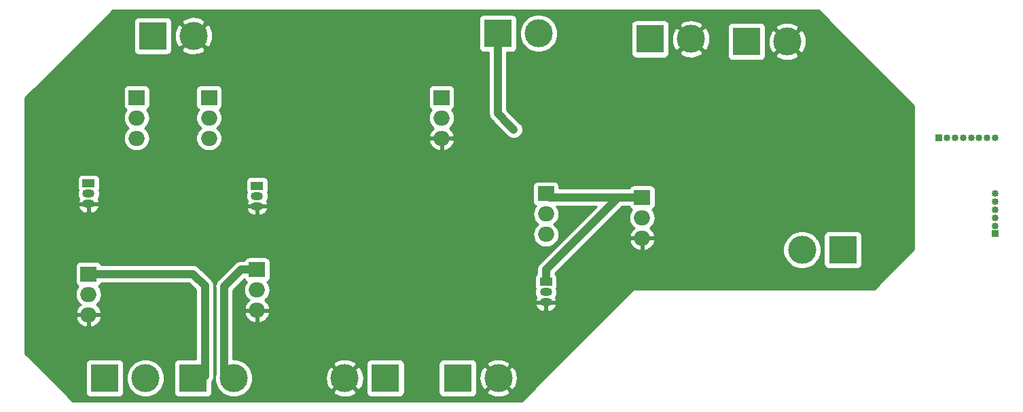
<source format=gbr>
G04 #@! TF.GenerationSoftware,KiCad,Pcbnew,(5.1.5)-3*
G04 #@! TF.CreationDate,2021-03-07T17:40:16+01:00*
G04 #@! TF.ProjectId,Motorproject,4d6f746f-7270-4726-9f6a-6563742e6b69,rev?*
G04 #@! TF.SameCoordinates,Original*
G04 #@! TF.FileFunction,Copper,L2,Bot*
G04 #@! TF.FilePolarity,Positive*
%FSLAX46Y46*%
G04 Gerber Fmt 4.6, Leading zero omitted, Abs format (unit mm)*
G04 Created by KiCad (PCBNEW (5.1.5)-3) date 2021-03-07 17:40:16*
%MOMM*%
%LPD*%
G04 APERTURE LIST*
%ADD10C,3.500120*%
%ADD11R,3.500120X3.500120*%
%ADD12O,0.850000X0.850000*%
%ADD13R,0.850000X0.850000*%
%ADD14O,2.000000X1.905000*%
%ADD15R,2.000000X1.905000*%
%ADD16R,1.500000X1.050000*%
%ADD17O,1.500000X1.050000*%
%ADD18C,0.800000*%
%ADD19C,1.000000*%
%ADD20C,0.254000*%
G04 APERTURE END LIST*
D10*
X124080000Y-32700000D03*
D11*
X119000000Y-32700000D03*
D10*
X100080000Y-75000000D03*
D11*
X95000000Y-75000000D03*
D10*
X80920000Y-75000000D03*
D11*
X86000000Y-75000000D03*
D10*
X105080000Y-32000000D03*
D11*
X100000000Y-32000000D03*
D10*
X137920000Y-59000000D03*
D11*
X143000000Y-59000000D03*
D10*
X56080000Y-75000000D03*
D11*
X51000000Y-75000000D03*
D10*
X67080000Y-75000000D03*
D11*
X62000000Y-75000000D03*
D10*
X62080000Y-32300000D03*
D11*
X57000000Y-32300000D03*
D10*
X136080000Y-33000000D03*
D11*
X131000000Y-33000000D03*
D12*
X162000000Y-52000000D03*
X162000000Y-53000000D03*
X162000000Y-54000000D03*
X162000000Y-55000000D03*
X162000000Y-56000000D03*
D13*
X162000000Y-57000000D03*
D12*
X162000000Y-45000000D03*
X161000000Y-45000000D03*
X160000000Y-45000000D03*
X159000000Y-45000000D03*
X158000000Y-45000000D03*
X157000000Y-45000000D03*
X156000000Y-45000000D03*
D13*
X155000000Y-45000000D03*
D14*
X93000000Y-45080000D03*
X93000000Y-42540000D03*
D15*
X93000000Y-40000000D03*
D14*
X118000000Y-57540000D03*
X118000000Y-55000000D03*
D15*
X118000000Y-52460000D03*
D14*
X106000000Y-57080000D03*
X106000000Y-54540000D03*
D15*
X106000000Y-52000000D03*
D16*
X106000000Y-63000000D03*
D17*
X106000000Y-65540000D03*
X106000000Y-64270000D03*
D16*
X70000000Y-51000000D03*
D17*
X70000000Y-53540000D03*
X70000000Y-52270000D03*
D16*
X49000000Y-50730000D03*
D17*
X49000000Y-53270000D03*
X49000000Y-52000000D03*
D14*
X70000000Y-66540000D03*
X70000000Y-64000000D03*
D15*
X70000000Y-61460000D03*
D14*
X49000000Y-67080000D03*
X49000000Y-64540000D03*
D15*
X49000000Y-62000000D03*
D14*
X64000000Y-45080000D03*
X64000000Y-42540000D03*
D15*
X64000000Y-40000000D03*
D14*
X55000000Y-45080000D03*
X55000000Y-42540000D03*
D15*
X55000000Y-40000000D03*
D18*
X127000000Y-57000000D03*
X148000000Y-54000000D03*
X81000000Y-69000000D03*
X102000000Y-44000000D03*
D19*
X65900000Y-73710051D02*
X65900000Y-74700000D01*
X65900000Y-63560000D02*
X65900000Y-73710051D01*
X68000000Y-61460000D02*
X65900000Y-63560000D01*
X70000000Y-61460000D02*
X68000000Y-61460000D01*
X67000000Y-75000000D02*
X67080000Y-75000000D01*
X63500000Y-74700000D02*
X63500000Y-63500000D01*
X62000000Y-62000000D02*
X49000000Y-62000000D01*
X63500000Y-63500000D02*
X62000000Y-62000000D01*
X63000000Y-75000000D02*
X62000000Y-75000000D01*
X101500000Y-43500000D02*
X102000000Y-44000000D01*
X100000000Y-42000000D02*
X101500000Y-43500000D01*
X100000000Y-32000000D02*
X100000000Y-42000000D01*
X106460000Y-52460000D02*
X106000000Y-52000000D01*
X118000000Y-52460000D02*
X106460000Y-52460000D01*
X116000000Y-52460000D02*
X118000000Y-52460000D01*
X106000000Y-61475000D02*
X115015000Y-52460000D01*
X115015000Y-52460000D02*
X116000000Y-52460000D01*
X106000000Y-63000000D02*
X106000000Y-61475000D01*
D20*
G36*
X151873000Y-41052606D02*
G01*
X151873000Y-58947394D01*
X146947394Y-63873000D01*
X117000000Y-63873000D01*
X116975224Y-63875440D01*
X116951399Y-63882667D01*
X116929443Y-63894403D01*
X116910197Y-63910197D01*
X102947394Y-77873000D01*
X47052606Y-77873000D01*
X42429546Y-73249940D01*
X48611868Y-73249940D01*
X48611868Y-76750060D01*
X48624128Y-76874542D01*
X48660438Y-76994240D01*
X48719403Y-77104554D01*
X48798755Y-77201245D01*
X48895446Y-77280597D01*
X49005760Y-77339562D01*
X49125458Y-77375872D01*
X49249940Y-77388132D01*
X52750060Y-77388132D01*
X52874542Y-77375872D01*
X52994240Y-77339562D01*
X53104554Y-77280597D01*
X53201245Y-77201245D01*
X53280597Y-77104554D01*
X53339562Y-76994240D01*
X53375872Y-76874542D01*
X53388132Y-76750060D01*
X53388132Y-74765092D01*
X53694940Y-74765092D01*
X53694940Y-75234908D01*
X53786597Y-75695696D01*
X53966387Y-76129749D01*
X54227403Y-76520387D01*
X54559613Y-76852597D01*
X54950251Y-77113613D01*
X55384304Y-77293403D01*
X55845092Y-77385060D01*
X56314908Y-77385060D01*
X56775696Y-77293403D01*
X57209749Y-77113613D01*
X57600387Y-76852597D01*
X57932597Y-76520387D01*
X58193613Y-76129749D01*
X58373403Y-75695696D01*
X58465060Y-75234908D01*
X58465060Y-74765092D01*
X58373403Y-74304304D01*
X58193613Y-73870251D01*
X57932597Y-73479613D01*
X57600387Y-73147403D01*
X57209749Y-72886387D01*
X56775696Y-72706597D01*
X56314908Y-72614940D01*
X55845092Y-72614940D01*
X55384304Y-72706597D01*
X54950251Y-72886387D01*
X54559613Y-73147403D01*
X54227403Y-73479613D01*
X53966387Y-73870251D01*
X53786597Y-74304304D01*
X53694940Y-74765092D01*
X53388132Y-74765092D01*
X53388132Y-73249940D01*
X53375872Y-73125458D01*
X53339562Y-73005760D01*
X53280597Y-72895446D01*
X53201245Y-72798755D01*
X53104554Y-72719403D01*
X52994240Y-72660438D01*
X52874542Y-72624128D01*
X52750060Y-72611868D01*
X49249940Y-72611868D01*
X49125458Y-72624128D01*
X49005760Y-72660438D01*
X48895446Y-72719403D01*
X48798755Y-72798755D01*
X48719403Y-72895446D01*
X48660438Y-73005760D01*
X48624128Y-73125458D01*
X48611868Y-73249940D01*
X42429546Y-73249940D01*
X41127000Y-71947394D01*
X41127000Y-67452980D01*
X47409437Y-67452980D01*
X47480429Y-67671094D01*
X47624031Y-67946923D01*
X47818685Y-68189437D01*
X48056911Y-68389316D01*
X48329554Y-68538879D01*
X48626137Y-68632378D01*
X48873000Y-68505570D01*
X48873000Y-67207000D01*
X49127000Y-67207000D01*
X49127000Y-68505570D01*
X49373863Y-68632378D01*
X49670446Y-68538879D01*
X49943089Y-68389316D01*
X50181315Y-68189437D01*
X50375969Y-67946923D01*
X50519571Y-67671094D01*
X50590563Y-67452980D01*
X50470594Y-67207000D01*
X49127000Y-67207000D01*
X48873000Y-67207000D01*
X47529406Y-67207000D01*
X47409437Y-67452980D01*
X41127000Y-67452980D01*
X41127000Y-64540000D01*
X47357319Y-64540000D01*
X47387970Y-64851204D01*
X47478745Y-65150449D01*
X47626155Y-65426235D01*
X47824537Y-65667963D01*
X48003899Y-65815163D01*
X47818685Y-65970563D01*
X47624031Y-66213077D01*
X47480429Y-66488906D01*
X47409437Y-66707020D01*
X47529406Y-66953000D01*
X48873000Y-66953000D01*
X48873000Y-66933000D01*
X49127000Y-66933000D01*
X49127000Y-66953000D01*
X50470594Y-66953000D01*
X50590563Y-66707020D01*
X50519571Y-66488906D01*
X50375969Y-66213077D01*
X50181315Y-65970563D01*
X49996101Y-65815163D01*
X50175463Y-65667963D01*
X50373845Y-65426235D01*
X50521255Y-65150449D01*
X50612030Y-64851204D01*
X50642681Y-64540000D01*
X50612030Y-64228796D01*
X50521255Y-63929551D01*
X50373845Y-63653765D01*
X50270554Y-63527905D01*
X50354494Y-63483037D01*
X50451185Y-63403685D01*
X50530537Y-63306994D01*
X50589502Y-63196680D01*
X50608212Y-63135000D01*
X61529869Y-63135000D01*
X62365001Y-63970133D01*
X62365000Y-72611868D01*
X60249940Y-72611868D01*
X60125458Y-72624128D01*
X60005760Y-72660438D01*
X59895446Y-72719403D01*
X59798755Y-72798755D01*
X59719403Y-72895446D01*
X59660438Y-73005760D01*
X59624128Y-73125458D01*
X59611868Y-73249940D01*
X59611868Y-76750060D01*
X59624128Y-76874542D01*
X59660438Y-76994240D01*
X59719403Y-77104554D01*
X59798755Y-77201245D01*
X59895446Y-77280597D01*
X60005760Y-77339562D01*
X60125458Y-77375872D01*
X60249940Y-77388132D01*
X63750060Y-77388132D01*
X63874542Y-77375872D01*
X63994240Y-77339562D01*
X64104554Y-77280597D01*
X64201245Y-77201245D01*
X64280597Y-77104554D01*
X64339562Y-76994240D01*
X64375872Y-76874542D01*
X64388132Y-76750060D01*
X64388132Y-75406918D01*
X64448284Y-75333623D01*
X64553676Y-75136447D01*
X64618577Y-74922499D01*
X64634080Y-74765092D01*
X64694940Y-74765092D01*
X64694940Y-75234908D01*
X64786597Y-75695696D01*
X64966387Y-76129749D01*
X65227403Y-76520387D01*
X65559613Y-76852597D01*
X65950251Y-77113613D01*
X66384304Y-77293403D01*
X66845092Y-77385060D01*
X67314908Y-77385060D01*
X67775696Y-77293403D01*
X68209749Y-77113613D01*
X68600387Y-76852597D01*
X68783333Y-76669651D01*
X79429954Y-76669651D01*
X79616039Y-77010815D01*
X80033384Y-77226568D01*
X80484802Y-77356755D01*
X80952944Y-77396374D01*
X81419821Y-77343901D01*
X81867489Y-77201354D01*
X82223961Y-77010815D01*
X82410046Y-76669651D01*
X80920000Y-75179605D01*
X79429954Y-76669651D01*
X68783333Y-76669651D01*
X68932597Y-76520387D01*
X69193613Y-76129749D01*
X69373403Y-75695696D01*
X69465060Y-75234908D01*
X69465060Y-75032944D01*
X78523626Y-75032944D01*
X78576099Y-75499821D01*
X78718646Y-75947489D01*
X78909185Y-76303961D01*
X79250349Y-76490046D01*
X80740395Y-75000000D01*
X81099605Y-75000000D01*
X82589651Y-76490046D01*
X82930815Y-76303961D01*
X83146568Y-75886616D01*
X83276755Y-75435198D01*
X83316374Y-74967056D01*
X83263901Y-74500179D01*
X83121354Y-74052511D01*
X82930815Y-73696039D01*
X82589651Y-73509954D01*
X81099605Y-75000000D01*
X80740395Y-75000000D01*
X79250349Y-73509954D01*
X78909185Y-73696039D01*
X78693432Y-74113384D01*
X78563245Y-74564802D01*
X78523626Y-75032944D01*
X69465060Y-75032944D01*
X69465060Y-74765092D01*
X69373403Y-74304304D01*
X69193613Y-73870251D01*
X68932597Y-73479613D01*
X68783333Y-73330349D01*
X79429954Y-73330349D01*
X80920000Y-74820395D01*
X82410046Y-73330349D01*
X82366188Y-73249940D01*
X83611868Y-73249940D01*
X83611868Y-76750060D01*
X83624128Y-76874542D01*
X83660438Y-76994240D01*
X83719403Y-77104554D01*
X83798755Y-77201245D01*
X83895446Y-77280597D01*
X84005760Y-77339562D01*
X84125458Y-77375872D01*
X84249940Y-77388132D01*
X87750060Y-77388132D01*
X87874542Y-77375872D01*
X87994240Y-77339562D01*
X88104554Y-77280597D01*
X88201245Y-77201245D01*
X88280597Y-77104554D01*
X88339562Y-76994240D01*
X88375872Y-76874542D01*
X88388132Y-76750060D01*
X88388132Y-73249940D01*
X92611868Y-73249940D01*
X92611868Y-76750060D01*
X92624128Y-76874542D01*
X92660438Y-76994240D01*
X92719403Y-77104554D01*
X92798755Y-77201245D01*
X92895446Y-77280597D01*
X93005760Y-77339562D01*
X93125458Y-77375872D01*
X93249940Y-77388132D01*
X96750060Y-77388132D01*
X96874542Y-77375872D01*
X96994240Y-77339562D01*
X97104554Y-77280597D01*
X97201245Y-77201245D01*
X97280597Y-77104554D01*
X97339562Y-76994240D01*
X97375872Y-76874542D01*
X97388132Y-76750060D01*
X97388132Y-76669651D01*
X98589954Y-76669651D01*
X98776039Y-77010815D01*
X99193384Y-77226568D01*
X99644802Y-77356755D01*
X100112944Y-77396374D01*
X100579821Y-77343901D01*
X101027489Y-77201354D01*
X101383961Y-77010815D01*
X101570046Y-76669651D01*
X100080000Y-75179605D01*
X98589954Y-76669651D01*
X97388132Y-76669651D01*
X97388132Y-75032944D01*
X97683626Y-75032944D01*
X97736099Y-75499821D01*
X97878646Y-75947489D01*
X98069185Y-76303961D01*
X98410349Y-76490046D01*
X99900395Y-75000000D01*
X100259605Y-75000000D01*
X101749651Y-76490046D01*
X102090815Y-76303961D01*
X102306568Y-75886616D01*
X102436755Y-75435198D01*
X102476374Y-74967056D01*
X102423901Y-74500179D01*
X102281354Y-74052511D01*
X102090815Y-73696039D01*
X101749651Y-73509954D01*
X100259605Y-75000000D01*
X99900395Y-75000000D01*
X98410349Y-73509954D01*
X98069185Y-73696039D01*
X97853432Y-74113384D01*
X97723245Y-74564802D01*
X97683626Y-75032944D01*
X97388132Y-75032944D01*
X97388132Y-73330349D01*
X98589954Y-73330349D01*
X100080000Y-74820395D01*
X101570046Y-73330349D01*
X101383961Y-72989185D01*
X100966616Y-72773432D01*
X100515198Y-72643245D01*
X100047056Y-72603626D01*
X99580179Y-72656099D01*
X99132511Y-72798646D01*
X98776039Y-72989185D01*
X98589954Y-73330349D01*
X97388132Y-73330349D01*
X97388132Y-73249940D01*
X97375872Y-73125458D01*
X97339562Y-73005760D01*
X97280597Y-72895446D01*
X97201245Y-72798755D01*
X97104554Y-72719403D01*
X96994240Y-72660438D01*
X96874542Y-72624128D01*
X96750060Y-72611868D01*
X93249940Y-72611868D01*
X93125458Y-72624128D01*
X93005760Y-72660438D01*
X92895446Y-72719403D01*
X92798755Y-72798755D01*
X92719403Y-72895446D01*
X92660438Y-73005760D01*
X92624128Y-73125458D01*
X92611868Y-73249940D01*
X88388132Y-73249940D01*
X88375872Y-73125458D01*
X88339562Y-73005760D01*
X88280597Y-72895446D01*
X88201245Y-72798755D01*
X88104554Y-72719403D01*
X87994240Y-72660438D01*
X87874542Y-72624128D01*
X87750060Y-72611868D01*
X84249940Y-72611868D01*
X84125458Y-72624128D01*
X84005760Y-72660438D01*
X83895446Y-72719403D01*
X83798755Y-72798755D01*
X83719403Y-72895446D01*
X83660438Y-73005760D01*
X83624128Y-73125458D01*
X83611868Y-73249940D01*
X82366188Y-73249940D01*
X82223961Y-72989185D01*
X81806616Y-72773432D01*
X81355198Y-72643245D01*
X80887056Y-72603626D01*
X80420179Y-72656099D01*
X79972511Y-72798646D01*
X79616039Y-72989185D01*
X79429954Y-73330349D01*
X68783333Y-73330349D01*
X68600387Y-73147403D01*
X68209749Y-72886387D01*
X67775696Y-72706597D01*
X67314908Y-72614940D01*
X67035000Y-72614940D01*
X67035000Y-66912980D01*
X68409437Y-66912980D01*
X68480429Y-67131094D01*
X68624031Y-67406923D01*
X68818685Y-67649437D01*
X69056911Y-67849316D01*
X69329554Y-67998879D01*
X69626137Y-68092378D01*
X69873000Y-67965570D01*
X69873000Y-66667000D01*
X70127000Y-66667000D01*
X70127000Y-67965570D01*
X70373863Y-68092378D01*
X70670446Y-67998879D01*
X70943089Y-67849316D01*
X71181315Y-67649437D01*
X71375969Y-67406923D01*
X71519571Y-67131094D01*
X71590563Y-66912980D01*
X71470594Y-66667000D01*
X70127000Y-66667000D01*
X69873000Y-66667000D01*
X68529406Y-66667000D01*
X68409437Y-66912980D01*
X67035000Y-66912980D01*
X67035000Y-64030131D01*
X68410022Y-62655110D01*
X68410498Y-62656680D01*
X68469463Y-62766994D01*
X68548815Y-62863685D01*
X68645506Y-62943037D01*
X68729446Y-62987905D01*
X68626155Y-63113765D01*
X68478745Y-63389551D01*
X68387970Y-63688796D01*
X68357319Y-64000000D01*
X68387970Y-64311204D01*
X68478745Y-64610449D01*
X68626155Y-64886235D01*
X68824537Y-65127963D01*
X69003899Y-65275163D01*
X68818685Y-65430563D01*
X68624031Y-65673077D01*
X68480429Y-65948906D01*
X68409437Y-66167020D01*
X68529406Y-66413000D01*
X69873000Y-66413000D01*
X69873000Y-66393000D01*
X70127000Y-66393000D01*
X70127000Y-66413000D01*
X71470594Y-66413000D01*
X71590563Y-66167020D01*
X71519571Y-65948906D01*
X71465898Y-65845810D01*
X104656036Y-65845810D01*
X104664728Y-65907337D01*
X104757725Y-66116882D01*
X104889816Y-66304258D01*
X105055924Y-66462264D01*
X105249666Y-66584828D01*
X105463596Y-66667239D01*
X105689493Y-66706331D01*
X105873000Y-66546598D01*
X105873000Y-65667000D01*
X106127000Y-65667000D01*
X106127000Y-66546598D01*
X106310507Y-66706331D01*
X106536404Y-66667239D01*
X106750334Y-66584828D01*
X106944076Y-66462264D01*
X107110184Y-66304258D01*
X107242275Y-66116882D01*
X107335272Y-65907337D01*
X107343964Y-65845810D01*
X107218163Y-65667000D01*
X106127000Y-65667000D01*
X105873000Y-65667000D01*
X104781837Y-65667000D01*
X104656036Y-65845810D01*
X71465898Y-65845810D01*
X71375969Y-65673077D01*
X71181315Y-65430563D01*
X70996101Y-65275163D01*
X71175463Y-65127963D01*
X71373845Y-64886235D01*
X71521255Y-64610449D01*
X71612030Y-64311204D01*
X71642681Y-64000000D01*
X71612030Y-63688796D01*
X71521255Y-63389551D01*
X71373845Y-63113765D01*
X71270554Y-62987905D01*
X71354494Y-62943037D01*
X71451185Y-62863685D01*
X71530537Y-62766994D01*
X71589502Y-62656680D01*
X71625812Y-62536982D01*
X71638072Y-62412500D01*
X71638072Y-60507500D01*
X71625812Y-60383018D01*
X71589502Y-60263320D01*
X71530537Y-60153006D01*
X71451185Y-60056315D01*
X71354494Y-59976963D01*
X71244180Y-59917998D01*
X71124482Y-59881688D01*
X71000000Y-59869428D01*
X69000000Y-59869428D01*
X68875518Y-59881688D01*
X68755820Y-59917998D01*
X68645506Y-59976963D01*
X68548815Y-60056315D01*
X68469463Y-60153006D01*
X68410498Y-60263320D01*
X68391788Y-60325000D01*
X68055741Y-60325000D01*
X67999999Y-60319510D01*
X67944257Y-60325000D01*
X67944248Y-60325000D01*
X67777501Y-60341423D01*
X67563553Y-60406324D01*
X67366377Y-60511716D01*
X67193551Y-60653551D01*
X67158009Y-60696859D01*
X65136865Y-62718004D01*
X65093551Y-62753551D01*
X64951716Y-62926377D01*
X64878395Y-63063553D01*
X64846324Y-63123554D01*
X64781423Y-63337502D01*
X64759509Y-63560000D01*
X64765000Y-63615752D01*
X64765001Y-73654290D01*
X64765000Y-73654300D01*
X64765000Y-74412879D01*
X64694940Y-74765092D01*
X64634080Y-74765092D01*
X64635000Y-74755752D01*
X64635000Y-63555741D01*
X64640490Y-63499999D01*
X64635000Y-63444257D01*
X64635000Y-63444248D01*
X64618577Y-63277501D01*
X64553676Y-63063553D01*
X64448284Y-62866377D01*
X64306449Y-62693551D01*
X64263140Y-62658008D01*
X62841996Y-61236865D01*
X62806449Y-61193551D01*
X62633623Y-61051716D01*
X62436447Y-60946324D01*
X62222499Y-60881423D01*
X62055752Y-60865000D01*
X62055751Y-60865000D01*
X62000000Y-60859509D01*
X61944249Y-60865000D01*
X50608212Y-60865000D01*
X50589502Y-60803320D01*
X50530537Y-60693006D01*
X50451185Y-60596315D01*
X50354494Y-60516963D01*
X50244180Y-60457998D01*
X50124482Y-60421688D01*
X50000000Y-60409428D01*
X48000000Y-60409428D01*
X47875518Y-60421688D01*
X47755820Y-60457998D01*
X47645506Y-60516963D01*
X47548815Y-60596315D01*
X47469463Y-60693006D01*
X47410498Y-60803320D01*
X47374188Y-60923018D01*
X47361928Y-61047500D01*
X47361928Y-62952500D01*
X47374188Y-63076982D01*
X47410498Y-63196680D01*
X47469463Y-63306994D01*
X47548815Y-63403685D01*
X47645506Y-63483037D01*
X47729446Y-63527905D01*
X47626155Y-63653765D01*
X47478745Y-63929551D01*
X47387970Y-64228796D01*
X47357319Y-64540000D01*
X41127000Y-64540000D01*
X41127000Y-53575810D01*
X47656036Y-53575810D01*
X47664728Y-53637337D01*
X47757725Y-53846882D01*
X47889816Y-54034258D01*
X48055924Y-54192264D01*
X48249666Y-54314828D01*
X48463596Y-54397239D01*
X48689493Y-54436331D01*
X48873000Y-54276598D01*
X48873000Y-53397000D01*
X49127000Y-53397000D01*
X49127000Y-54276598D01*
X49310507Y-54436331D01*
X49536404Y-54397239D01*
X49750334Y-54314828D01*
X49944076Y-54192264D01*
X50110184Y-54034258D01*
X50242275Y-53846882D01*
X50242750Y-53845810D01*
X68656036Y-53845810D01*
X68664728Y-53907337D01*
X68757725Y-54116882D01*
X68889816Y-54304258D01*
X69055924Y-54462264D01*
X69249666Y-54584828D01*
X69463596Y-54667239D01*
X69689493Y-54706331D01*
X69873000Y-54546598D01*
X69873000Y-53667000D01*
X70127000Y-53667000D01*
X70127000Y-54546598D01*
X70310507Y-54706331D01*
X70536404Y-54667239D01*
X70750334Y-54584828D01*
X70821195Y-54540000D01*
X104357319Y-54540000D01*
X104387970Y-54851204D01*
X104478745Y-55150449D01*
X104626155Y-55426235D01*
X104824537Y-55667963D01*
X104997609Y-55810000D01*
X104824537Y-55952037D01*
X104626155Y-56193765D01*
X104478745Y-56469551D01*
X104387970Y-56768796D01*
X104357319Y-57080000D01*
X104387970Y-57391204D01*
X104478745Y-57690449D01*
X104626155Y-57966235D01*
X104824537Y-58207963D01*
X105066265Y-58406345D01*
X105342051Y-58553755D01*
X105641296Y-58644530D01*
X105874514Y-58667500D01*
X106125486Y-58667500D01*
X106358704Y-58644530D01*
X106657949Y-58553755D01*
X106933735Y-58406345D01*
X107175463Y-58207963D01*
X107373845Y-57966235D01*
X107521255Y-57690449D01*
X107612030Y-57391204D01*
X107642681Y-57080000D01*
X107612030Y-56768796D01*
X107521255Y-56469551D01*
X107373845Y-56193765D01*
X107175463Y-55952037D01*
X107002391Y-55810000D01*
X107175463Y-55667963D01*
X107373845Y-55426235D01*
X107521255Y-55150449D01*
X107612030Y-54851204D01*
X107642681Y-54540000D01*
X107612030Y-54228796D01*
X107521255Y-53929551D01*
X107373845Y-53653765D01*
X107325618Y-53595000D01*
X112274868Y-53595000D01*
X105236860Y-60633009D01*
X105193552Y-60668551D01*
X105051717Y-60841377D01*
X105033990Y-60874542D01*
X104946324Y-61038554D01*
X104901111Y-61187600D01*
X104885974Y-61237501D01*
X104881423Y-61252502D01*
X104859509Y-61475000D01*
X104865000Y-61530751D01*
X104865000Y-61969499D01*
X104798815Y-62023815D01*
X104719463Y-62120506D01*
X104660498Y-62230820D01*
X104624188Y-62350518D01*
X104611928Y-62475000D01*
X104611928Y-63525000D01*
X104624188Y-63649482D01*
X104660498Y-63769180D01*
X104695093Y-63833902D01*
X104631785Y-64042600D01*
X104609388Y-64270000D01*
X104631785Y-64497400D01*
X104698115Y-64716060D01*
X104798929Y-64904669D01*
X104757725Y-64963118D01*
X104664728Y-65172663D01*
X104656036Y-65234190D01*
X104781837Y-65413000D01*
X105546891Y-65413000D01*
X105547600Y-65413215D01*
X105718021Y-65430000D01*
X106281979Y-65430000D01*
X106452400Y-65413215D01*
X106453109Y-65413000D01*
X107218163Y-65413000D01*
X107343964Y-65234190D01*
X107335272Y-65172663D01*
X107242275Y-64963118D01*
X107201071Y-64904669D01*
X107301885Y-64716060D01*
X107368215Y-64497400D01*
X107390612Y-64270000D01*
X107368215Y-64042600D01*
X107304907Y-63833902D01*
X107339502Y-63769180D01*
X107375812Y-63649482D01*
X107388072Y-63525000D01*
X107388072Y-62475000D01*
X107375812Y-62350518D01*
X107339502Y-62230820D01*
X107280537Y-62120506D01*
X107201185Y-62023815D01*
X107135000Y-61969499D01*
X107135000Y-61945131D01*
X111167151Y-57912980D01*
X116409437Y-57912980D01*
X116480429Y-58131094D01*
X116624031Y-58406923D01*
X116818685Y-58649437D01*
X117056911Y-58849316D01*
X117329554Y-58998879D01*
X117626137Y-59092378D01*
X117873000Y-58965570D01*
X117873000Y-57667000D01*
X118127000Y-57667000D01*
X118127000Y-58965570D01*
X118373863Y-59092378D01*
X118670446Y-58998879D01*
X118943089Y-58849316D01*
X119043471Y-58765092D01*
X135534940Y-58765092D01*
X135534940Y-59234908D01*
X135626597Y-59695696D01*
X135806387Y-60129749D01*
X136067403Y-60520387D01*
X136399613Y-60852597D01*
X136790251Y-61113613D01*
X137224304Y-61293403D01*
X137685092Y-61385060D01*
X138154908Y-61385060D01*
X138615696Y-61293403D01*
X139049749Y-61113613D01*
X139440387Y-60852597D01*
X139772597Y-60520387D01*
X140033613Y-60129749D01*
X140213403Y-59695696D01*
X140305060Y-59234908D01*
X140305060Y-58765092D01*
X140213403Y-58304304D01*
X140033613Y-57870251D01*
X139772597Y-57479613D01*
X139542924Y-57249940D01*
X140611868Y-57249940D01*
X140611868Y-60750060D01*
X140624128Y-60874542D01*
X140660438Y-60994240D01*
X140719403Y-61104554D01*
X140798755Y-61201245D01*
X140895446Y-61280597D01*
X141005760Y-61339562D01*
X141125458Y-61375872D01*
X141249940Y-61388132D01*
X144750060Y-61388132D01*
X144874542Y-61375872D01*
X144994240Y-61339562D01*
X145104554Y-61280597D01*
X145201245Y-61201245D01*
X145280597Y-61104554D01*
X145339562Y-60994240D01*
X145375872Y-60874542D01*
X145388132Y-60750060D01*
X145388132Y-57249940D01*
X145375872Y-57125458D01*
X145339562Y-57005760D01*
X145280597Y-56895446D01*
X145201245Y-56798755D01*
X145104554Y-56719403D01*
X144994240Y-56660438D01*
X144874542Y-56624128D01*
X144750060Y-56611868D01*
X141249940Y-56611868D01*
X141125458Y-56624128D01*
X141005760Y-56660438D01*
X140895446Y-56719403D01*
X140798755Y-56798755D01*
X140719403Y-56895446D01*
X140660438Y-57005760D01*
X140624128Y-57125458D01*
X140611868Y-57249940D01*
X139542924Y-57249940D01*
X139440387Y-57147403D01*
X139049749Y-56886387D01*
X138615696Y-56706597D01*
X138154908Y-56614940D01*
X137685092Y-56614940D01*
X137224304Y-56706597D01*
X136790251Y-56886387D01*
X136399613Y-57147403D01*
X136067403Y-57479613D01*
X135806387Y-57870251D01*
X135626597Y-58304304D01*
X135534940Y-58765092D01*
X119043471Y-58765092D01*
X119181315Y-58649437D01*
X119375969Y-58406923D01*
X119519571Y-58131094D01*
X119590563Y-57912980D01*
X119470594Y-57667000D01*
X118127000Y-57667000D01*
X117873000Y-57667000D01*
X116529406Y-57667000D01*
X116409437Y-57912980D01*
X111167151Y-57912980D01*
X115485132Y-53595000D01*
X116391788Y-53595000D01*
X116410498Y-53656680D01*
X116469463Y-53766994D01*
X116548815Y-53863685D01*
X116645506Y-53943037D01*
X116729446Y-53987905D01*
X116626155Y-54113765D01*
X116478745Y-54389551D01*
X116387970Y-54688796D01*
X116357319Y-55000000D01*
X116387970Y-55311204D01*
X116478745Y-55610449D01*
X116626155Y-55886235D01*
X116824537Y-56127963D01*
X117003899Y-56275163D01*
X116818685Y-56430563D01*
X116624031Y-56673077D01*
X116480429Y-56948906D01*
X116409437Y-57167020D01*
X116529406Y-57413000D01*
X117873000Y-57413000D01*
X117873000Y-57393000D01*
X118127000Y-57393000D01*
X118127000Y-57413000D01*
X119470594Y-57413000D01*
X119590563Y-57167020D01*
X119519571Y-56948906D01*
X119375969Y-56673077D01*
X119181315Y-56430563D01*
X118996101Y-56275163D01*
X119175463Y-56127963D01*
X119373845Y-55886235D01*
X119521255Y-55610449D01*
X119612030Y-55311204D01*
X119642681Y-55000000D01*
X119612030Y-54688796D01*
X119521255Y-54389551D01*
X119373845Y-54113765D01*
X119270554Y-53987905D01*
X119354494Y-53943037D01*
X119451185Y-53863685D01*
X119530537Y-53766994D01*
X119589502Y-53656680D01*
X119625812Y-53536982D01*
X119638072Y-53412500D01*
X119638072Y-51507500D01*
X119625812Y-51383018D01*
X119589502Y-51263320D01*
X119530537Y-51153006D01*
X119451185Y-51056315D01*
X119354494Y-50976963D01*
X119244180Y-50917998D01*
X119124482Y-50881688D01*
X119000000Y-50869428D01*
X117000000Y-50869428D01*
X116875518Y-50881688D01*
X116755820Y-50917998D01*
X116645506Y-50976963D01*
X116548815Y-51056315D01*
X116469463Y-51153006D01*
X116410498Y-51263320D01*
X116391788Y-51325000D01*
X115070741Y-51325000D01*
X115014999Y-51319510D01*
X114959257Y-51325000D01*
X107638072Y-51325000D01*
X107638072Y-51047500D01*
X107625812Y-50923018D01*
X107589502Y-50803320D01*
X107530537Y-50693006D01*
X107451185Y-50596315D01*
X107354494Y-50516963D01*
X107244180Y-50457998D01*
X107124482Y-50421688D01*
X107000000Y-50409428D01*
X105000000Y-50409428D01*
X104875518Y-50421688D01*
X104755820Y-50457998D01*
X104645506Y-50516963D01*
X104548815Y-50596315D01*
X104469463Y-50693006D01*
X104410498Y-50803320D01*
X104374188Y-50923018D01*
X104361928Y-51047500D01*
X104361928Y-52952500D01*
X104374188Y-53076982D01*
X104410498Y-53196680D01*
X104469463Y-53306994D01*
X104548815Y-53403685D01*
X104645506Y-53483037D01*
X104729446Y-53527905D01*
X104626155Y-53653765D01*
X104478745Y-53929551D01*
X104387970Y-54228796D01*
X104357319Y-54540000D01*
X70821195Y-54540000D01*
X70944076Y-54462264D01*
X71110184Y-54304258D01*
X71242275Y-54116882D01*
X71335272Y-53907337D01*
X71343964Y-53845810D01*
X71218163Y-53667000D01*
X70127000Y-53667000D01*
X69873000Y-53667000D01*
X68781837Y-53667000D01*
X68656036Y-53845810D01*
X50242750Y-53845810D01*
X50335272Y-53637337D01*
X50343964Y-53575810D01*
X50218163Y-53397000D01*
X49127000Y-53397000D01*
X48873000Y-53397000D01*
X47781837Y-53397000D01*
X47656036Y-53575810D01*
X41127000Y-53575810D01*
X41127000Y-52000000D01*
X47609388Y-52000000D01*
X47631785Y-52227400D01*
X47698115Y-52446060D01*
X47798929Y-52634669D01*
X47757725Y-52693118D01*
X47664728Y-52902663D01*
X47656036Y-52964190D01*
X47781837Y-53143000D01*
X48546891Y-53143000D01*
X48547600Y-53143215D01*
X48718021Y-53160000D01*
X49281979Y-53160000D01*
X49452400Y-53143215D01*
X49453109Y-53143000D01*
X50218163Y-53143000D01*
X50343964Y-52964190D01*
X50335272Y-52902663D01*
X50242275Y-52693118D01*
X50201071Y-52634669D01*
X50301885Y-52446060D01*
X50355292Y-52270000D01*
X68609388Y-52270000D01*
X68631785Y-52497400D01*
X68698115Y-52716060D01*
X68798929Y-52904669D01*
X68757725Y-52963118D01*
X68664728Y-53172663D01*
X68656036Y-53234190D01*
X68781837Y-53413000D01*
X69546891Y-53413000D01*
X69547600Y-53413215D01*
X69718021Y-53430000D01*
X70281979Y-53430000D01*
X70452400Y-53413215D01*
X70453109Y-53413000D01*
X71218163Y-53413000D01*
X71343964Y-53234190D01*
X71335272Y-53172663D01*
X71242275Y-52963118D01*
X71201071Y-52904669D01*
X71301885Y-52716060D01*
X71368215Y-52497400D01*
X71390612Y-52270000D01*
X71368215Y-52042600D01*
X71304907Y-51833902D01*
X71339502Y-51769180D01*
X71375812Y-51649482D01*
X71388072Y-51525000D01*
X71388072Y-50475000D01*
X71375812Y-50350518D01*
X71339502Y-50230820D01*
X71280537Y-50120506D01*
X71201185Y-50023815D01*
X71104494Y-49944463D01*
X70994180Y-49885498D01*
X70874482Y-49849188D01*
X70750000Y-49836928D01*
X69250000Y-49836928D01*
X69125518Y-49849188D01*
X69005820Y-49885498D01*
X68895506Y-49944463D01*
X68798815Y-50023815D01*
X68719463Y-50120506D01*
X68660498Y-50230820D01*
X68624188Y-50350518D01*
X68611928Y-50475000D01*
X68611928Y-51525000D01*
X68624188Y-51649482D01*
X68660498Y-51769180D01*
X68695093Y-51833902D01*
X68631785Y-52042600D01*
X68609388Y-52270000D01*
X50355292Y-52270000D01*
X50368215Y-52227400D01*
X50390612Y-52000000D01*
X50368215Y-51772600D01*
X50304907Y-51563902D01*
X50339502Y-51499180D01*
X50375812Y-51379482D01*
X50388072Y-51255000D01*
X50388072Y-50205000D01*
X50375812Y-50080518D01*
X50339502Y-49960820D01*
X50280537Y-49850506D01*
X50201185Y-49753815D01*
X50104494Y-49674463D01*
X49994180Y-49615498D01*
X49874482Y-49579188D01*
X49750000Y-49566928D01*
X48250000Y-49566928D01*
X48125518Y-49579188D01*
X48005820Y-49615498D01*
X47895506Y-49674463D01*
X47798815Y-49753815D01*
X47719463Y-49850506D01*
X47660498Y-49960820D01*
X47624188Y-50080518D01*
X47611928Y-50205000D01*
X47611928Y-51255000D01*
X47624188Y-51379482D01*
X47660498Y-51499180D01*
X47695093Y-51563902D01*
X47631785Y-51772600D01*
X47609388Y-52000000D01*
X41127000Y-52000000D01*
X41127000Y-42540000D01*
X53357319Y-42540000D01*
X53387970Y-42851204D01*
X53478745Y-43150449D01*
X53626155Y-43426235D01*
X53824537Y-43667963D01*
X53997609Y-43810000D01*
X53824537Y-43952037D01*
X53626155Y-44193765D01*
X53478745Y-44469551D01*
X53387970Y-44768796D01*
X53357319Y-45080000D01*
X53387970Y-45391204D01*
X53478745Y-45690449D01*
X53626155Y-45966235D01*
X53824537Y-46207963D01*
X54066265Y-46406345D01*
X54342051Y-46553755D01*
X54641296Y-46644530D01*
X54874514Y-46667500D01*
X55125486Y-46667500D01*
X55358704Y-46644530D01*
X55657949Y-46553755D01*
X55933735Y-46406345D01*
X56175463Y-46207963D01*
X56373845Y-45966235D01*
X56521255Y-45690449D01*
X56612030Y-45391204D01*
X56642681Y-45080000D01*
X56612030Y-44768796D01*
X56521255Y-44469551D01*
X56373845Y-44193765D01*
X56175463Y-43952037D01*
X56002391Y-43810000D01*
X56175463Y-43667963D01*
X56373845Y-43426235D01*
X56521255Y-43150449D01*
X56612030Y-42851204D01*
X56642681Y-42540000D01*
X62357319Y-42540000D01*
X62387970Y-42851204D01*
X62478745Y-43150449D01*
X62626155Y-43426235D01*
X62824537Y-43667963D01*
X62997609Y-43810000D01*
X62824537Y-43952037D01*
X62626155Y-44193765D01*
X62478745Y-44469551D01*
X62387970Y-44768796D01*
X62357319Y-45080000D01*
X62387970Y-45391204D01*
X62478745Y-45690449D01*
X62626155Y-45966235D01*
X62824537Y-46207963D01*
X63066265Y-46406345D01*
X63342051Y-46553755D01*
X63641296Y-46644530D01*
X63874514Y-46667500D01*
X64125486Y-46667500D01*
X64358704Y-46644530D01*
X64657949Y-46553755D01*
X64933735Y-46406345D01*
X65175463Y-46207963D01*
X65373845Y-45966235D01*
X65521255Y-45690449D01*
X65593290Y-45452980D01*
X91409437Y-45452980D01*
X91480429Y-45671094D01*
X91624031Y-45946923D01*
X91818685Y-46189437D01*
X92056911Y-46389316D01*
X92329554Y-46538879D01*
X92626137Y-46632378D01*
X92873000Y-46505570D01*
X92873000Y-45207000D01*
X93127000Y-45207000D01*
X93127000Y-46505570D01*
X93373863Y-46632378D01*
X93670446Y-46538879D01*
X93943089Y-46389316D01*
X94181315Y-46189437D01*
X94375969Y-45946923D01*
X94519571Y-45671094D01*
X94590563Y-45452980D01*
X94470594Y-45207000D01*
X93127000Y-45207000D01*
X92873000Y-45207000D01*
X91529406Y-45207000D01*
X91409437Y-45452980D01*
X65593290Y-45452980D01*
X65612030Y-45391204D01*
X65642681Y-45080000D01*
X65612030Y-44768796D01*
X65521255Y-44469551D01*
X65373845Y-44193765D01*
X65175463Y-43952037D01*
X65002391Y-43810000D01*
X65175463Y-43667963D01*
X65373845Y-43426235D01*
X65521255Y-43150449D01*
X65612030Y-42851204D01*
X65642681Y-42540000D01*
X91357319Y-42540000D01*
X91387970Y-42851204D01*
X91478745Y-43150449D01*
X91626155Y-43426235D01*
X91824537Y-43667963D01*
X92003899Y-43815163D01*
X91818685Y-43970563D01*
X91624031Y-44213077D01*
X91480429Y-44488906D01*
X91409437Y-44707020D01*
X91529406Y-44953000D01*
X92873000Y-44953000D01*
X92873000Y-44933000D01*
X93127000Y-44933000D01*
X93127000Y-44953000D01*
X94470594Y-44953000D01*
X94590563Y-44707020D01*
X94519571Y-44488906D01*
X94375969Y-44213077D01*
X94181315Y-43970563D01*
X93996101Y-43815163D01*
X94175463Y-43667963D01*
X94373845Y-43426235D01*
X94521255Y-43150449D01*
X94612030Y-42851204D01*
X94642681Y-42540000D01*
X94612030Y-42228796D01*
X94521255Y-41929551D01*
X94373845Y-41653765D01*
X94270554Y-41527905D01*
X94354494Y-41483037D01*
X94451185Y-41403685D01*
X94530537Y-41306994D01*
X94589502Y-41196680D01*
X94625812Y-41076982D01*
X94638072Y-40952500D01*
X94638072Y-39047500D01*
X94625812Y-38923018D01*
X94589502Y-38803320D01*
X94530537Y-38693006D01*
X94451185Y-38596315D01*
X94354494Y-38516963D01*
X94244180Y-38457998D01*
X94124482Y-38421688D01*
X94000000Y-38409428D01*
X92000000Y-38409428D01*
X91875518Y-38421688D01*
X91755820Y-38457998D01*
X91645506Y-38516963D01*
X91548815Y-38596315D01*
X91469463Y-38693006D01*
X91410498Y-38803320D01*
X91374188Y-38923018D01*
X91361928Y-39047500D01*
X91361928Y-40952500D01*
X91374188Y-41076982D01*
X91410498Y-41196680D01*
X91469463Y-41306994D01*
X91548815Y-41403685D01*
X91645506Y-41483037D01*
X91729446Y-41527905D01*
X91626155Y-41653765D01*
X91478745Y-41929551D01*
X91387970Y-42228796D01*
X91357319Y-42540000D01*
X65642681Y-42540000D01*
X65612030Y-42228796D01*
X65521255Y-41929551D01*
X65373845Y-41653765D01*
X65270554Y-41527905D01*
X65354494Y-41483037D01*
X65451185Y-41403685D01*
X65530537Y-41306994D01*
X65589502Y-41196680D01*
X65625812Y-41076982D01*
X65638072Y-40952500D01*
X65638072Y-39047500D01*
X65625812Y-38923018D01*
X65589502Y-38803320D01*
X65530537Y-38693006D01*
X65451185Y-38596315D01*
X65354494Y-38516963D01*
X65244180Y-38457998D01*
X65124482Y-38421688D01*
X65000000Y-38409428D01*
X63000000Y-38409428D01*
X62875518Y-38421688D01*
X62755820Y-38457998D01*
X62645506Y-38516963D01*
X62548815Y-38596315D01*
X62469463Y-38693006D01*
X62410498Y-38803320D01*
X62374188Y-38923018D01*
X62361928Y-39047500D01*
X62361928Y-40952500D01*
X62374188Y-41076982D01*
X62410498Y-41196680D01*
X62469463Y-41306994D01*
X62548815Y-41403685D01*
X62645506Y-41483037D01*
X62729446Y-41527905D01*
X62626155Y-41653765D01*
X62478745Y-41929551D01*
X62387970Y-42228796D01*
X62357319Y-42540000D01*
X56642681Y-42540000D01*
X56612030Y-42228796D01*
X56521255Y-41929551D01*
X56373845Y-41653765D01*
X56270554Y-41527905D01*
X56354494Y-41483037D01*
X56451185Y-41403685D01*
X56530537Y-41306994D01*
X56589502Y-41196680D01*
X56625812Y-41076982D01*
X56638072Y-40952500D01*
X56638072Y-39047500D01*
X56625812Y-38923018D01*
X56589502Y-38803320D01*
X56530537Y-38693006D01*
X56451185Y-38596315D01*
X56354494Y-38516963D01*
X56244180Y-38457998D01*
X56124482Y-38421688D01*
X56000000Y-38409428D01*
X54000000Y-38409428D01*
X53875518Y-38421688D01*
X53755820Y-38457998D01*
X53645506Y-38516963D01*
X53548815Y-38596315D01*
X53469463Y-38693006D01*
X53410498Y-38803320D01*
X53374188Y-38923018D01*
X53361928Y-39047500D01*
X53361928Y-40952500D01*
X53374188Y-41076982D01*
X53410498Y-41196680D01*
X53469463Y-41306994D01*
X53548815Y-41403685D01*
X53645506Y-41483037D01*
X53729446Y-41527905D01*
X53626155Y-41653765D01*
X53478745Y-41929551D01*
X53387970Y-42228796D01*
X53357319Y-42540000D01*
X41127000Y-42540000D01*
X41127000Y-40052606D01*
X50629666Y-30549940D01*
X54611868Y-30549940D01*
X54611868Y-34050060D01*
X54624128Y-34174542D01*
X54660438Y-34294240D01*
X54719403Y-34404554D01*
X54798755Y-34501245D01*
X54895446Y-34580597D01*
X55005760Y-34639562D01*
X55125458Y-34675872D01*
X55249940Y-34688132D01*
X58750060Y-34688132D01*
X58874542Y-34675872D01*
X58994240Y-34639562D01*
X59104554Y-34580597D01*
X59201245Y-34501245D01*
X59280597Y-34404554D01*
X59339562Y-34294240D01*
X59375872Y-34174542D01*
X59388132Y-34050060D01*
X59388132Y-33969651D01*
X60589954Y-33969651D01*
X60776039Y-34310815D01*
X61193384Y-34526568D01*
X61644802Y-34656755D01*
X62112944Y-34696374D01*
X62579821Y-34643901D01*
X63027489Y-34501354D01*
X63383961Y-34310815D01*
X63570046Y-33969651D01*
X62080000Y-32479605D01*
X60589954Y-33969651D01*
X59388132Y-33969651D01*
X59388132Y-32332944D01*
X59683626Y-32332944D01*
X59736099Y-32799821D01*
X59878646Y-33247489D01*
X60069185Y-33603961D01*
X60410349Y-33790046D01*
X61900395Y-32300000D01*
X62259605Y-32300000D01*
X63749651Y-33790046D01*
X64090815Y-33603961D01*
X64306568Y-33186616D01*
X64436755Y-32735198D01*
X64476374Y-32267056D01*
X64423901Y-31800179D01*
X64281354Y-31352511D01*
X64090815Y-30996039D01*
X63749651Y-30809954D01*
X62259605Y-32300000D01*
X61900395Y-32300000D01*
X60410349Y-30809954D01*
X60069185Y-30996039D01*
X59853432Y-31413384D01*
X59723245Y-31864802D01*
X59683626Y-32332944D01*
X59388132Y-32332944D01*
X59388132Y-30630349D01*
X60589954Y-30630349D01*
X62080000Y-32120395D01*
X63570046Y-30630349D01*
X63383961Y-30289185D01*
X63308047Y-30249940D01*
X97611868Y-30249940D01*
X97611868Y-33750060D01*
X97624128Y-33874542D01*
X97660438Y-33994240D01*
X97719403Y-34104554D01*
X97798755Y-34201245D01*
X97895446Y-34280597D01*
X98005760Y-34339562D01*
X98125458Y-34375872D01*
X98249940Y-34388132D01*
X98865000Y-34388132D01*
X98865001Y-41944239D01*
X98859509Y-42000000D01*
X98881423Y-42222498D01*
X98946324Y-42436446D01*
X98946325Y-42436447D01*
X99051717Y-42633623D01*
X99193552Y-42806449D01*
X99236860Y-42841991D01*
X100736856Y-44341988D01*
X100736862Y-44341993D01*
X101236857Y-44841988D01*
X101366378Y-44948284D01*
X101563553Y-45053676D01*
X101777501Y-45118577D01*
X102000000Y-45140491D01*
X102222499Y-45118577D01*
X102436446Y-45053676D01*
X102633622Y-44948284D01*
X102806449Y-44806449D01*
X102948284Y-44633622D01*
X103053676Y-44436446D01*
X103118577Y-44222499D01*
X103140491Y-44000000D01*
X103118577Y-43777501D01*
X103053676Y-43563553D01*
X102948284Y-43366378D01*
X102841988Y-43236857D01*
X102341993Y-42736862D01*
X102341988Y-42736856D01*
X101135000Y-41529869D01*
X101135000Y-34388132D01*
X101750060Y-34388132D01*
X101874542Y-34375872D01*
X101994240Y-34339562D01*
X102104554Y-34280597D01*
X102201245Y-34201245D01*
X102280597Y-34104554D01*
X102339562Y-33994240D01*
X102375872Y-33874542D01*
X102388132Y-33750060D01*
X102388132Y-31765092D01*
X102694940Y-31765092D01*
X102694940Y-32234908D01*
X102786597Y-32695696D01*
X102966387Y-33129749D01*
X103227403Y-33520387D01*
X103559613Y-33852597D01*
X103950251Y-34113613D01*
X104384304Y-34293403D01*
X104845092Y-34385060D01*
X105314908Y-34385060D01*
X105775696Y-34293403D01*
X106209749Y-34113613D01*
X106600387Y-33852597D01*
X106932597Y-33520387D01*
X107193613Y-33129749D01*
X107373403Y-32695696D01*
X107465060Y-32234908D01*
X107465060Y-31765092D01*
X107373403Y-31304304D01*
X107226622Y-30949940D01*
X116611868Y-30949940D01*
X116611868Y-34450060D01*
X116624128Y-34574542D01*
X116660438Y-34694240D01*
X116719403Y-34804554D01*
X116798755Y-34901245D01*
X116895446Y-34980597D01*
X117005760Y-35039562D01*
X117125458Y-35075872D01*
X117249940Y-35088132D01*
X120750060Y-35088132D01*
X120874542Y-35075872D01*
X120994240Y-35039562D01*
X121104554Y-34980597D01*
X121201245Y-34901245D01*
X121280597Y-34804554D01*
X121339562Y-34694240D01*
X121375872Y-34574542D01*
X121388132Y-34450060D01*
X121388132Y-34369651D01*
X122589954Y-34369651D01*
X122776039Y-34710815D01*
X123193384Y-34926568D01*
X123644802Y-35056755D01*
X124112944Y-35096374D01*
X124579821Y-35043901D01*
X125027489Y-34901354D01*
X125383961Y-34710815D01*
X125570046Y-34369651D01*
X124080000Y-32879605D01*
X122589954Y-34369651D01*
X121388132Y-34369651D01*
X121388132Y-32732944D01*
X121683626Y-32732944D01*
X121736099Y-33199821D01*
X121878646Y-33647489D01*
X122069185Y-34003961D01*
X122410349Y-34190046D01*
X123900395Y-32700000D01*
X124259605Y-32700000D01*
X125749651Y-34190046D01*
X126090815Y-34003961D01*
X126306568Y-33586616D01*
X126436755Y-33135198D01*
X126476374Y-32667056D01*
X126423901Y-32200179D01*
X126281354Y-31752511D01*
X126090815Y-31396039D01*
X125822961Y-31249940D01*
X128611868Y-31249940D01*
X128611868Y-34750060D01*
X128624128Y-34874542D01*
X128660438Y-34994240D01*
X128719403Y-35104554D01*
X128798755Y-35201245D01*
X128895446Y-35280597D01*
X129005760Y-35339562D01*
X129125458Y-35375872D01*
X129249940Y-35388132D01*
X132750060Y-35388132D01*
X132874542Y-35375872D01*
X132994240Y-35339562D01*
X133104554Y-35280597D01*
X133201245Y-35201245D01*
X133280597Y-35104554D01*
X133339562Y-34994240D01*
X133375872Y-34874542D01*
X133388132Y-34750060D01*
X133388132Y-34669651D01*
X134589954Y-34669651D01*
X134776039Y-35010815D01*
X135193384Y-35226568D01*
X135644802Y-35356755D01*
X136112944Y-35396374D01*
X136579821Y-35343901D01*
X137027489Y-35201354D01*
X137383961Y-35010815D01*
X137570046Y-34669651D01*
X136080000Y-33179605D01*
X134589954Y-34669651D01*
X133388132Y-34669651D01*
X133388132Y-33032944D01*
X133683626Y-33032944D01*
X133736099Y-33499821D01*
X133878646Y-33947489D01*
X134069185Y-34303961D01*
X134410349Y-34490046D01*
X135900395Y-33000000D01*
X136259605Y-33000000D01*
X137749651Y-34490046D01*
X138090815Y-34303961D01*
X138306568Y-33886616D01*
X138436755Y-33435198D01*
X138476374Y-32967056D01*
X138423901Y-32500179D01*
X138281354Y-32052511D01*
X138090815Y-31696039D01*
X137749651Y-31509954D01*
X136259605Y-33000000D01*
X135900395Y-33000000D01*
X134410349Y-31509954D01*
X134069185Y-31696039D01*
X133853432Y-32113384D01*
X133723245Y-32564802D01*
X133683626Y-33032944D01*
X133388132Y-33032944D01*
X133388132Y-31330349D01*
X134589954Y-31330349D01*
X136080000Y-32820395D01*
X137570046Y-31330349D01*
X137383961Y-30989185D01*
X136966616Y-30773432D01*
X136515198Y-30643245D01*
X136047056Y-30603626D01*
X135580179Y-30656099D01*
X135132511Y-30798646D01*
X134776039Y-30989185D01*
X134589954Y-31330349D01*
X133388132Y-31330349D01*
X133388132Y-31249940D01*
X133375872Y-31125458D01*
X133339562Y-31005760D01*
X133280597Y-30895446D01*
X133201245Y-30798755D01*
X133104554Y-30719403D01*
X132994240Y-30660438D01*
X132874542Y-30624128D01*
X132750060Y-30611868D01*
X129249940Y-30611868D01*
X129125458Y-30624128D01*
X129005760Y-30660438D01*
X128895446Y-30719403D01*
X128798755Y-30798755D01*
X128719403Y-30895446D01*
X128660438Y-31005760D01*
X128624128Y-31125458D01*
X128611868Y-31249940D01*
X125822961Y-31249940D01*
X125749651Y-31209954D01*
X124259605Y-32700000D01*
X123900395Y-32700000D01*
X122410349Y-31209954D01*
X122069185Y-31396039D01*
X121853432Y-31813384D01*
X121723245Y-32264802D01*
X121683626Y-32732944D01*
X121388132Y-32732944D01*
X121388132Y-31030349D01*
X122589954Y-31030349D01*
X124080000Y-32520395D01*
X125570046Y-31030349D01*
X125383961Y-30689185D01*
X124966616Y-30473432D01*
X124515198Y-30343245D01*
X124047056Y-30303626D01*
X123580179Y-30356099D01*
X123132511Y-30498646D01*
X122776039Y-30689185D01*
X122589954Y-31030349D01*
X121388132Y-31030349D01*
X121388132Y-30949940D01*
X121375872Y-30825458D01*
X121339562Y-30705760D01*
X121280597Y-30595446D01*
X121201245Y-30498755D01*
X121104554Y-30419403D01*
X120994240Y-30360438D01*
X120874542Y-30324128D01*
X120750060Y-30311868D01*
X117249940Y-30311868D01*
X117125458Y-30324128D01*
X117005760Y-30360438D01*
X116895446Y-30419403D01*
X116798755Y-30498755D01*
X116719403Y-30595446D01*
X116660438Y-30705760D01*
X116624128Y-30825458D01*
X116611868Y-30949940D01*
X107226622Y-30949940D01*
X107193613Y-30870251D01*
X106932597Y-30479613D01*
X106600387Y-30147403D01*
X106209749Y-29886387D01*
X105775696Y-29706597D01*
X105314908Y-29614940D01*
X104845092Y-29614940D01*
X104384304Y-29706597D01*
X103950251Y-29886387D01*
X103559613Y-30147403D01*
X103227403Y-30479613D01*
X102966387Y-30870251D01*
X102786597Y-31304304D01*
X102694940Y-31765092D01*
X102388132Y-31765092D01*
X102388132Y-30249940D01*
X102375872Y-30125458D01*
X102339562Y-30005760D01*
X102280597Y-29895446D01*
X102201245Y-29798755D01*
X102104554Y-29719403D01*
X101994240Y-29660438D01*
X101874542Y-29624128D01*
X101750060Y-29611868D01*
X98249940Y-29611868D01*
X98125458Y-29624128D01*
X98005760Y-29660438D01*
X97895446Y-29719403D01*
X97798755Y-29798755D01*
X97719403Y-29895446D01*
X97660438Y-30005760D01*
X97624128Y-30125458D01*
X97611868Y-30249940D01*
X63308047Y-30249940D01*
X62966616Y-30073432D01*
X62515198Y-29943245D01*
X62047056Y-29903626D01*
X61580179Y-29956099D01*
X61132511Y-30098646D01*
X60776039Y-30289185D01*
X60589954Y-30630349D01*
X59388132Y-30630349D01*
X59388132Y-30549940D01*
X59375872Y-30425458D01*
X59339562Y-30305760D01*
X59280597Y-30195446D01*
X59201245Y-30098755D01*
X59104554Y-30019403D01*
X58994240Y-29960438D01*
X58874542Y-29924128D01*
X58750060Y-29911868D01*
X55249940Y-29911868D01*
X55125458Y-29924128D01*
X55005760Y-29960438D01*
X54895446Y-30019403D01*
X54798755Y-30098755D01*
X54719403Y-30195446D01*
X54660438Y-30305760D01*
X54624128Y-30425458D01*
X54611868Y-30549940D01*
X50629666Y-30549940D01*
X52052606Y-29127000D01*
X139947394Y-29127000D01*
X151873000Y-41052606D01*
G37*
X151873000Y-41052606D02*
X151873000Y-58947394D01*
X146947394Y-63873000D01*
X117000000Y-63873000D01*
X116975224Y-63875440D01*
X116951399Y-63882667D01*
X116929443Y-63894403D01*
X116910197Y-63910197D01*
X102947394Y-77873000D01*
X47052606Y-77873000D01*
X42429546Y-73249940D01*
X48611868Y-73249940D01*
X48611868Y-76750060D01*
X48624128Y-76874542D01*
X48660438Y-76994240D01*
X48719403Y-77104554D01*
X48798755Y-77201245D01*
X48895446Y-77280597D01*
X49005760Y-77339562D01*
X49125458Y-77375872D01*
X49249940Y-77388132D01*
X52750060Y-77388132D01*
X52874542Y-77375872D01*
X52994240Y-77339562D01*
X53104554Y-77280597D01*
X53201245Y-77201245D01*
X53280597Y-77104554D01*
X53339562Y-76994240D01*
X53375872Y-76874542D01*
X53388132Y-76750060D01*
X53388132Y-74765092D01*
X53694940Y-74765092D01*
X53694940Y-75234908D01*
X53786597Y-75695696D01*
X53966387Y-76129749D01*
X54227403Y-76520387D01*
X54559613Y-76852597D01*
X54950251Y-77113613D01*
X55384304Y-77293403D01*
X55845092Y-77385060D01*
X56314908Y-77385060D01*
X56775696Y-77293403D01*
X57209749Y-77113613D01*
X57600387Y-76852597D01*
X57932597Y-76520387D01*
X58193613Y-76129749D01*
X58373403Y-75695696D01*
X58465060Y-75234908D01*
X58465060Y-74765092D01*
X58373403Y-74304304D01*
X58193613Y-73870251D01*
X57932597Y-73479613D01*
X57600387Y-73147403D01*
X57209749Y-72886387D01*
X56775696Y-72706597D01*
X56314908Y-72614940D01*
X55845092Y-72614940D01*
X55384304Y-72706597D01*
X54950251Y-72886387D01*
X54559613Y-73147403D01*
X54227403Y-73479613D01*
X53966387Y-73870251D01*
X53786597Y-74304304D01*
X53694940Y-74765092D01*
X53388132Y-74765092D01*
X53388132Y-73249940D01*
X53375872Y-73125458D01*
X53339562Y-73005760D01*
X53280597Y-72895446D01*
X53201245Y-72798755D01*
X53104554Y-72719403D01*
X52994240Y-72660438D01*
X52874542Y-72624128D01*
X52750060Y-72611868D01*
X49249940Y-72611868D01*
X49125458Y-72624128D01*
X49005760Y-72660438D01*
X48895446Y-72719403D01*
X48798755Y-72798755D01*
X48719403Y-72895446D01*
X48660438Y-73005760D01*
X48624128Y-73125458D01*
X48611868Y-73249940D01*
X42429546Y-73249940D01*
X41127000Y-71947394D01*
X41127000Y-67452980D01*
X47409437Y-67452980D01*
X47480429Y-67671094D01*
X47624031Y-67946923D01*
X47818685Y-68189437D01*
X48056911Y-68389316D01*
X48329554Y-68538879D01*
X48626137Y-68632378D01*
X48873000Y-68505570D01*
X48873000Y-67207000D01*
X49127000Y-67207000D01*
X49127000Y-68505570D01*
X49373863Y-68632378D01*
X49670446Y-68538879D01*
X49943089Y-68389316D01*
X50181315Y-68189437D01*
X50375969Y-67946923D01*
X50519571Y-67671094D01*
X50590563Y-67452980D01*
X50470594Y-67207000D01*
X49127000Y-67207000D01*
X48873000Y-67207000D01*
X47529406Y-67207000D01*
X47409437Y-67452980D01*
X41127000Y-67452980D01*
X41127000Y-64540000D01*
X47357319Y-64540000D01*
X47387970Y-64851204D01*
X47478745Y-65150449D01*
X47626155Y-65426235D01*
X47824537Y-65667963D01*
X48003899Y-65815163D01*
X47818685Y-65970563D01*
X47624031Y-66213077D01*
X47480429Y-66488906D01*
X47409437Y-66707020D01*
X47529406Y-66953000D01*
X48873000Y-66953000D01*
X48873000Y-66933000D01*
X49127000Y-66933000D01*
X49127000Y-66953000D01*
X50470594Y-66953000D01*
X50590563Y-66707020D01*
X50519571Y-66488906D01*
X50375969Y-66213077D01*
X50181315Y-65970563D01*
X49996101Y-65815163D01*
X50175463Y-65667963D01*
X50373845Y-65426235D01*
X50521255Y-65150449D01*
X50612030Y-64851204D01*
X50642681Y-64540000D01*
X50612030Y-64228796D01*
X50521255Y-63929551D01*
X50373845Y-63653765D01*
X50270554Y-63527905D01*
X50354494Y-63483037D01*
X50451185Y-63403685D01*
X50530537Y-63306994D01*
X50589502Y-63196680D01*
X50608212Y-63135000D01*
X61529869Y-63135000D01*
X62365001Y-63970133D01*
X62365000Y-72611868D01*
X60249940Y-72611868D01*
X60125458Y-72624128D01*
X60005760Y-72660438D01*
X59895446Y-72719403D01*
X59798755Y-72798755D01*
X59719403Y-72895446D01*
X59660438Y-73005760D01*
X59624128Y-73125458D01*
X59611868Y-73249940D01*
X59611868Y-76750060D01*
X59624128Y-76874542D01*
X59660438Y-76994240D01*
X59719403Y-77104554D01*
X59798755Y-77201245D01*
X59895446Y-77280597D01*
X60005760Y-77339562D01*
X60125458Y-77375872D01*
X60249940Y-77388132D01*
X63750060Y-77388132D01*
X63874542Y-77375872D01*
X63994240Y-77339562D01*
X64104554Y-77280597D01*
X64201245Y-77201245D01*
X64280597Y-77104554D01*
X64339562Y-76994240D01*
X64375872Y-76874542D01*
X64388132Y-76750060D01*
X64388132Y-75406918D01*
X64448284Y-75333623D01*
X64553676Y-75136447D01*
X64618577Y-74922499D01*
X64634080Y-74765092D01*
X64694940Y-74765092D01*
X64694940Y-75234908D01*
X64786597Y-75695696D01*
X64966387Y-76129749D01*
X65227403Y-76520387D01*
X65559613Y-76852597D01*
X65950251Y-77113613D01*
X66384304Y-77293403D01*
X66845092Y-77385060D01*
X67314908Y-77385060D01*
X67775696Y-77293403D01*
X68209749Y-77113613D01*
X68600387Y-76852597D01*
X68783333Y-76669651D01*
X79429954Y-76669651D01*
X79616039Y-77010815D01*
X80033384Y-77226568D01*
X80484802Y-77356755D01*
X80952944Y-77396374D01*
X81419821Y-77343901D01*
X81867489Y-77201354D01*
X82223961Y-77010815D01*
X82410046Y-76669651D01*
X80920000Y-75179605D01*
X79429954Y-76669651D01*
X68783333Y-76669651D01*
X68932597Y-76520387D01*
X69193613Y-76129749D01*
X69373403Y-75695696D01*
X69465060Y-75234908D01*
X69465060Y-75032944D01*
X78523626Y-75032944D01*
X78576099Y-75499821D01*
X78718646Y-75947489D01*
X78909185Y-76303961D01*
X79250349Y-76490046D01*
X80740395Y-75000000D01*
X81099605Y-75000000D01*
X82589651Y-76490046D01*
X82930815Y-76303961D01*
X83146568Y-75886616D01*
X83276755Y-75435198D01*
X83316374Y-74967056D01*
X83263901Y-74500179D01*
X83121354Y-74052511D01*
X82930815Y-73696039D01*
X82589651Y-73509954D01*
X81099605Y-75000000D01*
X80740395Y-75000000D01*
X79250349Y-73509954D01*
X78909185Y-73696039D01*
X78693432Y-74113384D01*
X78563245Y-74564802D01*
X78523626Y-75032944D01*
X69465060Y-75032944D01*
X69465060Y-74765092D01*
X69373403Y-74304304D01*
X69193613Y-73870251D01*
X68932597Y-73479613D01*
X68783333Y-73330349D01*
X79429954Y-73330349D01*
X80920000Y-74820395D01*
X82410046Y-73330349D01*
X82366188Y-73249940D01*
X83611868Y-73249940D01*
X83611868Y-76750060D01*
X83624128Y-76874542D01*
X83660438Y-76994240D01*
X83719403Y-77104554D01*
X83798755Y-77201245D01*
X83895446Y-77280597D01*
X84005760Y-77339562D01*
X84125458Y-77375872D01*
X84249940Y-77388132D01*
X87750060Y-77388132D01*
X87874542Y-77375872D01*
X87994240Y-77339562D01*
X88104554Y-77280597D01*
X88201245Y-77201245D01*
X88280597Y-77104554D01*
X88339562Y-76994240D01*
X88375872Y-76874542D01*
X88388132Y-76750060D01*
X88388132Y-73249940D01*
X92611868Y-73249940D01*
X92611868Y-76750060D01*
X92624128Y-76874542D01*
X92660438Y-76994240D01*
X92719403Y-77104554D01*
X92798755Y-77201245D01*
X92895446Y-77280597D01*
X93005760Y-77339562D01*
X93125458Y-77375872D01*
X93249940Y-77388132D01*
X96750060Y-77388132D01*
X96874542Y-77375872D01*
X96994240Y-77339562D01*
X97104554Y-77280597D01*
X97201245Y-77201245D01*
X97280597Y-77104554D01*
X97339562Y-76994240D01*
X97375872Y-76874542D01*
X97388132Y-76750060D01*
X97388132Y-76669651D01*
X98589954Y-76669651D01*
X98776039Y-77010815D01*
X99193384Y-77226568D01*
X99644802Y-77356755D01*
X100112944Y-77396374D01*
X100579821Y-77343901D01*
X101027489Y-77201354D01*
X101383961Y-77010815D01*
X101570046Y-76669651D01*
X100080000Y-75179605D01*
X98589954Y-76669651D01*
X97388132Y-76669651D01*
X97388132Y-75032944D01*
X97683626Y-75032944D01*
X97736099Y-75499821D01*
X97878646Y-75947489D01*
X98069185Y-76303961D01*
X98410349Y-76490046D01*
X99900395Y-75000000D01*
X100259605Y-75000000D01*
X101749651Y-76490046D01*
X102090815Y-76303961D01*
X102306568Y-75886616D01*
X102436755Y-75435198D01*
X102476374Y-74967056D01*
X102423901Y-74500179D01*
X102281354Y-74052511D01*
X102090815Y-73696039D01*
X101749651Y-73509954D01*
X100259605Y-75000000D01*
X99900395Y-75000000D01*
X98410349Y-73509954D01*
X98069185Y-73696039D01*
X97853432Y-74113384D01*
X97723245Y-74564802D01*
X97683626Y-75032944D01*
X97388132Y-75032944D01*
X97388132Y-73330349D01*
X98589954Y-73330349D01*
X100080000Y-74820395D01*
X101570046Y-73330349D01*
X101383961Y-72989185D01*
X100966616Y-72773432D01*
X100515198Y-72643245D01*
X100047056Y-72603626D01*
X99580179Y-72656099D01*
X99132511Y-72798646D01*
X98776039Y-72989185D01*
X98589954Y-73330349D01*
X97388132Y-73330349D01*
X97388132Y-73249940D01*
X97375872Y-73125458D01*
X97339562Y-73005760D01*
X97280597Y-72895446D01*
X97201245Y-72798755D01*
X97104554Y-72719403D01*
X96994240Y-72660438D01*
X96874542Y-72624128D01*
X96750060Y-72611868D01*
X93249940Y-72611868D01*
X93125458Y-72624128D01*
X93005760Y-72660438D01*
X92895446Y-72719403D01*
X92798755Y-72798755D01*
X92719403Y-72895446D01*
X92660438Y-73005760D01*
X92624128Y-73125458D01*
X92611868Y-73249940D01*
X88388132Y-73249940D01*
X88375872Y-73125458D01*
X88339562Y-73005760D01*
X88280597Y-72895446D01*
X88201245Y-72798755D01*
X88104554Y-72719403D01*
X87994240Y-72660438D01*
X87874542Y-72624128D01*
X87750060Y-72611868D01*
X84249940Y-72611868D01*
X84125458Y-72624128D01*
X84005760Y-72660438D01*
X83895446Y-72719403D01*
X83798755Y-72798755D01*
X83719403Y-72895446D01*
X83660438Y-73005760D01*
X83624128Y-73125458D01*
X83611868Y-73249940D01*
X82366188Y-73249940D01*
X82223961Y-72989185D01*
X81806616Y-72773432D01*
X81355198Y-72643245D01*
X80887056Y-72603626D01*
X80420179Y-72656099D01*
X79972511Y-72798646D01*
X79616039Y-72989185D01*
X79429954Y-73330349D01*
X68783333Y-73330349D01*
X68600387Y-73147403D01*
X68209749Y-72886387D01*
X67775696Y-72706597D01*
X67314908Y-72614940D01*
X67035000Y-72614940D01*
X67035000Y-66912980D01*
X68409437Y-66912980D01*
X68480429Y-67131094D01*
X68624031Y-67406923D01*
X68818685Y-67649437D01*
X69056911Y-67849316D01*
X69329554Y-67998879D01*
X69626137Y-68092378D01*
X69873000Y-67965570D01*
X69873000Y-66667000D01*
X70127000Y-66667000D01*
X70127000Y-67965570D01*
X70373863Y-68092378D01*
X70670446Y-67998879D01*
X70943089Y-67849316D01*
X71181315Y-67649437D01*
X71375969Y-67406923D01*
X71519571Y-67131094D01*
X71590563Y-66912980D01*
X71470594Y-66667000D01*
X70127000Y-66667000D01*
X69873000Y-66667000D01*
X68529406Y-66667000D01*
X68409437Y-66912980D01*
X67035000Y-66912980D01*
X67035000Y-64030131D01*
X68410022Y-62655110D01*
X68410498Y-62656680D01*
X68469463Y-62766994D01*
X68548815Y-62863685D01*
X68645506Y-62943037D01*
X68729446Y-62987905D01*
X68626155Y-63113765D01*
X68478745Y-63389551D01*
X68387970Y-63688796D01*
X68357319Y-64000000D01*
X68387970Y-64311204D01*
X68478745Y-64610449D01*
X68626155Y-64886235D01*
X68824537Y-65127963D01*
X69003899Y-65275163D01*
X68818685Y-65430563D01*
X68624031Y-65673077D01*
X68480429Y-65948906D01*
X68409437Y-66167020D01*
X68529406Y-66413000D01*
X69873000Y-66413000D01*
X69873000Y-66393000D01*
X70127000Y-66393000D01*
X70127000Y-66413000D01*
X71470594Y-66413000D01*
X71590563Y-66167020D01*
X71519571Y-65948906D01*
X71465898Y-65845810D01*
X104656036Y-65845810D01*
X104664728Y-65907337D01*
X104757725Y-66116882D01*
X104889816Y-66304258D01*
X105055924Y-66462264D01*
X105249666Y-66584828D01*
X105463596Y-66667239D01*
X105689493Y-66706331D01*
X105873000Y-66546598D01*
X105873000Y-65667000D01*
X106127000Y-65667000D01*
X106127000Y-66546598D01*
X106310507Y-66706331D01*
X106536404Y-66667239D01*
X106750334Y-66584828D01*
X106944076Y-66462264D01*
X107110184Y-66304258D01*
X107242275Y-66116882D01*
X107335272Y-65907337D01*
X107343964Y-65845810D01*
X107218163Y-65667000D01*
X106127000Y-65667000D01*
X105873000Y-65667000D01*
X104781837Y-65667000D01*
X104656036Y-65845810D01*
X71465898Y-65845810D01*
X71375969Y-65673077D01*
X71181315Y-65430563D01*
X70996101Y-65275163D01*
X71175463Y-65127963D01*
X71373845Y-64886235D01*
X71521255Y-64610449D01*
X71612030Y-64311204D01*
X71642681Y-64000000D01*
X71612030Y-63688796D01*
X71521255Y-63389551D01*
X71373845Y-63113765D01*
X71270554Y-62987905D01*
X71354494Y-62943037D01*
X71451185Y-62863685D01*
X71530537Y-62766994D01*
X71589502Y-62656680D01*
X71625812Y-62536982D01*
X71638072Y-62412500D01*
X71638072Y-60507500D01*
X71625812Y-60383018D01*
X71589502Y-60263320D01*
X71530537Y-60153006D01*
X71451185Y-60056315D01*
X71354494Y-59976963D01*
X71244180Y-59917998D01*
X71124482Y-59881688D01*
X71000000Y-59869428D01*
X69000000Y-59869428D01*
X68875518Y-59881688D01*
X68755820Y-59917998D01*
X68645506Y-59976963D01*
X68548815Y-60056315D01*
X68469463Y-60153006D01*
X68410498Y-60263320D01*
X68391788Y-60325000D01*
X68055741Y-60325000D01*
X67999999Y-60319510D01*
X67944257Y-60325000D01*
X67944248Y-60325000D01*
X67777501Y-60341423D01*
X67563553Y-60406324D01*
X67366377Y-60511716D01*
X67193551Y-60653551D01*
X67158009Y-60696859D01*
X65136865Y-62718004D01*
X65093551Y-62753551D01*
X64951716Y-62926377D01*
X64878395Y-63063553D01*
X64846324Y-63123554D01*
X64781423Y-63337502D01*
X64759509Y-63560000D01*
X64765000Y-63615752D01*
X64765001Y-73654290D01*
X64765000Y-73654300D01*
X64765000Y-74412879D01*
X64694940Y-74765092D01*
X64634080Y-74765092D01*
X64635000Y-74755752D01*
X64635000Y-63555741D01*
X64640490Y-63499999D01*
X64635000Y-63444257D01*
X64635000Y-63444248D01*
X64618577Y-63277501D01*
X64553676Y-63063553D01*
X64448284Y-62866377D01*
X64306449Y-62693551D01*
X64263140Y-62658008D01*
X62841996Y-61236865D01*
X62806449Y-61193551D01*
X62633623Y-61051716D01*
X62436447Y-60946324D01*
X62222499Y-60881423D01*
X62055752Y-60865000D01*
X62055751Y-60865000D01*
X62000000Y-60859509D01*
X61944249Y-60865000D01*
X50608212Y-60865000D01*
X50589502Y-60803320D01*
X50530537Y-60693006D01*
X50451185Y-60596315D01*
X50354494Y-60516963D01*
X50244180Y-60457998D01*
X50124482Y-60421688D01*
X50000000Y-60409428D01*
X48000000Y-60409428D01*
X47875518Y-60421688D01*
X47755820Y-60457998D01*
X47645506Y-60516963D01*
X47548815Y-60596315D01*
X47469463Y-60693006D01*
X47410498Y-60803320D01*
X47374188Y-60923018D01*
X47361928Y-61047500D01*
X47361928Y-62952500D01*
X47374188Y-63076982D01*
X47410498Y-63196680D01*
X47469463Y-63306994D01*
X47548815Y-63403685D01*
X47645506Y-63483037D01*
X47729446Y-63527905D01*
X47626155Y-63653765D01*
X47478745Y-63929551D01*
X47387970Y-64228796D01*
X47357319Y-64540000D01*
X41127000Y-64540000D01*
X41127000Y-53575810D01*
X47656036Y-53575810D01*
X47664728Y-53637337D01*
X47757725Y-53846882D01*
X47889816Y-54034258D01*
X48055924Y-54192264D01*
X48249666Y-54314828D01*
X48463596Y-54397239D01*
X48689493Y-54436331D01*
X48873000Y-54276598D01*
X48873000Y-53397000D01*
X49127000Y-53397000D01*
X49127000Y-54276598D01*
X49310507Y-54436331D01*
X49536404Y-54397239D01*
X49750334Y-54314828D01*
X49944076Y-54192264D01*
X50110184Y-54034258D01*
X50242275Y-53846882D01*
X50242750Y-53845810D01*
X68656036Y-53845810D01*
X68664728Y-53907337D01*
X68757725Y-54116882D01*
X68889816Y-54304258D01*
X69055924Y-54462264D01*
X69249666Y-54584828D01*
X69463596Y-54667239D01*
X69689493Y-54706331D01*
X69873000Y-54546598D01*
X69873000Y-53667000D01*
X70127000Y-53667000D01*
X70127000Y-54546598D01*
X70310507Y-54706331D01*
X70536404Y-54667239D01*
X70750334Y-54584828D01*
X70821195Y-54540000D01*
X104357319Y-54540000D01*
X104387970Y-54851204D01*
X104478745Y-55150449D01*
X104626155Y-55426235D01*
X104824537Y-55667963D01*
X104997609Y-55810000D01*
X104824537Y-55952037D01*
X104626155Y-56193765D01*
X104478745Y-56469551D01*
X104387970Y-56768796D01*
X104357319Y-57080000D01*
X104387970Y-57391204D01*
X104478745Y-57690449D01*
X104626155Y-57966235D01*
X104824537Y-58207963D01*
X105066265Y-58406345D01*
X105342051Y-58553755D01*
X105641296Y-58644530D01*
X105874514Y-58667500D01*
X106125486Y-58667500D01*
X106358704Y-58644530D01*
X106657949Y-58553755D01*
X106933735Y-58406345D01*
X107175463Y-58207963D01*
X107373845Y-57966235D01*
X107521255Y-57690449D01*
X107612030Y-57391204D01*
X107642681Y-57080000D01*
X107612030Y-56768796D01*
X107521255Y-56469551D01*
X107373845Y-56193765D01*
X107175463Y-55952037D01*
X107002391Y-55810000D01*
X107175463Y-55667963D01*
X107373845Y-55426235D01*
X107521255Y-55150449D01*
X107612030Y-54851204D01*
X107642681Y-54540000D01*
X107612030Y-54228796D01*
X107521255Y-53929551D01*
X107373845Y-53653765D01*
X107325618Y-53595000D01*
X112274868Y-53595000D01*
X105236860Y-60633009D01*
X105193552Y-60668551D01*
X105051717Y-60841377D01*
X105033990Y-60874542D01*
X104946324Y-61038554D01*
X104901111Y-61187600D01*
X104885974Y-61237501D01*
X104881423Y-61252502D01*
X104859509Y-61475000D01*
X104865000Y-61530751D01*
X104865000Y-61969499D01*
X104798815Y-62023815D01*
X104719463Y-62120506D01*
X104660498Y-62230820D01*
X104624188Y-62350518D01*
X104611928Y-62475000D01*
X104611928Y-63525000D01*
X104624188Y-63649482D01*
X104660498Y-63769180D01*
X104695093Y-63833902D01*
X104631785Y-64042600D01*
X104609388Y-64270000D01*
X104631785Y-64497400D01*
X104698115Y-64716060D01*
X104798929Y-64904669D01*
X104757725Y-64963118D01*
X104664728Y-65172663D01*
X104656036Y-65234190D01*
X104781837Y-65413000D01*
X105546891Y-65413000D01*
X105547600Y-65413215D01*
X105718021Y-65430000D01*
X106281979Y-65430000D01*
X106452400Y-65413215D01*
X106453109Y-65413000D01*
X107218163Y-65413000D01*
X107343964Y-65234190D01*
X107335272Y-65172663D01*
X107242275Y-64963118D01*
X107201071Y-64904669D01*
X107301885Y-64716060D01*
X107368215Y-64497400D01*
X107390612Y-64270000D01*
X107368215Y-64042600D01*
X107304907Y-63833902D01*
X107339502Y-63769180D01*
X107375812Y-63649482D01*
X107388072Y-63525000D01*
X107388072Y-62475000D01*
X107375812Y-62350518D01*
X107339502Y-62230820D01*
X107280537Y-62120506D01*
X107201185Y-62023815D01*
X107135000Y-61969499D01*
X107135000Y-61945131D01*
X111167151Y-57912980D01*
X116409437Y-57912980D01*
X116480429Y-58131094D01*
X116624031Y-58406923D01*
X116818685Y-58649437D01*
X117056911Y-58849316D01*
X117329554Y-58998879D01*
X117626137Y-59092378D01*
X117873000Y-58965570D01*
X117873000Y-57667000D01*
X118127000Y-57667000D01*
X118127000Y-58965570D01*
X118373863Y-59092378D01*
X118670446Y-58998879D01*
X118943089Y-58849316D01*
X119043471Y-58765092D01*
X135534940Y-58765092D01*
X135534940Y-59234908D01*
X135626597Y-59695696D01*
X135806387Y-60129749D01*
X136067403Y-60520387D01*
X136399613Y-60852597D01*
X136790251Y-61113613D01*
X137224304Y-61293403D01*
X137685092Y-61385060D01*
X138154908Y-61385060D01*
X138615696Y-61293403D01*
X139049749Y-61113613D01*
X139440387Y-60852597D01*
X139772597Y-60520387D01*
X140033613Y-60129749D01*
X140213403Y-59695696D01*
X140305060Y-59234908D01*
X140305060Y-58765092D01*
X140213403Y-58304304D01*
X140033613Y-57870251D01*
X139772597Y-57479613D01*
X139542924Y-57249940D01*
X140611868Y-57249940D01*
X140611868Y-60750060D01*
X140624128Y-60874542D01*
X140660438Y-60994240D01*
X140719403Y-61104554D01*
X140798755Y-61201245D01*
X140895446Y-61280597D01*
X141005760Y-61339562D01*
X141125458Y-61375872D01*
X141249940Y-61388132D01*
X144750060Y-61388132D01*
X144874542Y-61375872D01*
X144994240Y-61339562D01*
X145104554Y-61280597D01*
X145201245Y-61201245D01*
X145280597Y-61104554D01*
X145339562Y-60994240D01*
X145375872Y-60874542D01*
X145388132Y-60750060D01*
X145388132Y-57249940D01*
X145375872Y-57125458D01*
X145339562Y-57005760D01*
X145280597Y-56895446D01*
X145201245Y-56798755D01*
X145104554Y-56719403D01*
X144994240Y-56660438D01*
X144874542Y-56624128D01*
X144750060Y-56611868D01*
X141249940Y-56611868D01*
X141125458Y-56624128D01*
X141005760Y-56660438D01*
X140895446Y-56719403D01*
X140798755Y-56798755D01*
X140719403Y-56895446D01*
X140660438Y-57005760D01*
X140624128Y-57125458D01*
X140611868Y-57249940D01*
X139542924Y-57249940D01*
X139440387Y-57147403D01*
X139049749Y-56886387D01*
X138615696Y-56706597D01*
X138154908Y-56614940D01*
X137685092Y-56614940D01*
X137224304Y-56706597D01*
X136790251Y-56886387D01*
X136399613Y-57147403D01*
X136067403Y-57479613D01*
X135806387Y-57870251D01*
X135626597Y-58304304D01*
X135534940Y-58765092D01*
X119043471Y-58765092D01*
X119181315Y-58649437D01*
X119375969Y-58406923D01*
X119519571Y-58131094D01*
X119590563Y-57912980D01*
X119470594Y-57667000D01*
X118127000Y-57667000D01*
X117873000Y-57667000D01*
X116529406Y-57667000D01*
X116409437Y-57912980D01*
X111167151Y-57912980D01*
X115485132Y-53595000D01*
X116391788Y-53595000D01*
X116410498Y-53656680D01*
X116469463Y-53766994D01*
X116548815Y-53863685D01*
X116645506Y-53943037D01*
X116729446Y-53987905D01*
X116626155Y-54113765D01*
X116478745Y-54389551D01*
X116387970Y-54688796D01*
X116357319Y-55000000D01*
X116387970Y-55311204D01*
X116478745Y-55610449D01*
X116626155Y-55886235D01*
X116824537Y-56127963D01*
X117003899Y-56275163D01*
X116818685Y-56430563D01*
X116624031Y-56673077D01*
X116480429Y-56948906D01*
X116409437Y-57167020D01*
X116529406Y-57413000D01*
X117873000Y-57413000D01*
X117873000Y-57393000D01*
X118127000Y-57393000D01*
X118127000Y-57413000D01*
X119470594Y-57413000D01*
X119590563Y-57167020D01*
X119519571Y-56948906D01*
X119375969Y-56673077D01*
X119181315Y-56430563D01*
X118996101Y-56275163D01*
X119175463Y-56127963D01*
X119373845Y-55886235D01*
X119521255Y-55610449D01*
X119612030Y-55311204D01*
X119642681Y-55000000D01*
X119612030Y-54688796D01*
X119521255Y-54389551D01*
X119373845Y-54113765D01*
X119270554Y-53987905D01*
X119354494Y-53943037D01*
X119451185Y-53863685D01*
X119530537Y-53766994D01*
X119589502Y-53656680D01*
X119625812Y-53536982D01*
X119638072Y-53412500D01*
X119638072Y-51507500D01*
X119625812Y-51383018D01*
X119589502Y-51263320D01*
X119530537Y-51153006D01*
X119451185Y-51056315D01*
X119354494Y-50976963D01*
X119244180Y-50917998D01*
X119124482Y-50881688D01*
X119000000Y-50869428D01*
X117000000Y-50869428D01*
X116875518Y-50881688D01*
X116755820Y-50917998D01*
X116645506Y-50976963D01*
X116548815Y-51056315D01*
X116469463Y-51153006D01*
X116410498Y-51263320D01*
X116391788Y-51325000D01*
X115070741Y-51325000D01*
X115014999Y-51319510D01*
X114959257Y-51325000D01*
X107638072Y-51325000D01*
X107638072Y-51047500D01*
X107625812Y-50923018D01*
X107589502Y-50803320D01*
X107530537Y-50693006D01*
X107451185Y-50596315D01*
X107354494Y-50516963D01*
X107244180Y-50457998D01*
X107124482Y-50421688D01*
X107000000Y-50409428D01*
X105000000Y-50409428D01*
X104875518Y-50421688D01*
X104755820Y-50457998D01*
X104645506Y-50516963D01*
X104548815Y-50596315D01*
X104469463Y-50693006D01*
X104410498Y-50803320D01*
X104374188Y-50923018D01*
X104361928Y-51047500D01*
X104361928Y-52952500D01*
X104374188Y-53076982D01*
X104410498Y-53196680D01*
X104469463Y-53306994D01*
X104548815Y-53403685D01*
X104645506Y-53483037D01*
X104729446Y-53527905D01*
X104626155Y-53653765D01*
X104478745Y-53929551D01*
X104387970Y-54228796D01*
X104357319Y-54540000D01*
X70821195Y-54540000D01*
X70944076Y-54462264D01*
X71110184Y-54304258D01*
X71242275Y-54116882D01*
X71335272Y-53907337D01*
X71343964Y-53845810D01*
X71218163Y-53667000D01*
X70127000Y-53667000D01*
X69873000Y-53667000D01*
X68781837Y-53667000D01*
X68656036Y-53845810D01*
X50242750Y-53845810D01*
X50335272Y-53637337D01*
X50343964Y-53575810D01*
X50218163Y-53397000D01*
X49127000Y-53397000D01*
X48873000Y-53397000D01*
X47781837Y-53397000D01*
X47656036Y-53575810D01*
X41127000Y-53575810D01*
X41127000Y-52000000D01*
X47609388Y-52000000D01*
X47631785Y-52227400D01*
X47698115Y-52446060D01*
X47798929Y-52634669D01*
X47757725Y-52693118D01*
X47664728Y-52902663D01*
X47656036Y-52964190D01*
X47781837Y-53143000D01*
X48546891Y-53143000D01*
X48547600Y-53143215D01*
X48718021Y-53160000D01*
X49281979Y-53160000D01*
X49452400Y-53143215D01*
X49453109Y-53143000D01*
X50218163Y-53143000D01*
X50343964Y-52964190D01*
X50335272Y-52902663D01*
X50242275Y-52693118D01*
X50201071Y-52634669D01*
X50301885Y-52446060D01*
X50355292Y-52270000D01*
X68609388Y-52270000D01*
X68631785Y-52497400D01*
X68698115Y-52716060D01*
X68798929Y-52904669D01*
X68757725Y-52963118D01*
X68664728Y-53172663D01*
X68656036Y-53234190D01*
X68781837Y-53413000D01*
X69546891Y-53413000D01*
X69547600Y-53413215D01*
X69718021Y-53430000D01*
X70281979Y-53430000D01*
X70452400Y-53413215D01*
X70453109Y-53413000D01*
X71218163Y-53413000D01*
X71343964Y-53234190D01*
X71335272Y-53172663D01*
X71242275Y-52963118D01*
X71201071Y-52904669D01*
X71301885Y-52716060D01*
X71368215Y-52497400D01*
X71390612Y-52270000D01*
X71368215Y-52042600D01*
X71304907Y-51833902D01*
X71339502Y-51769180D01*
X71375812Y-51649482D01*
X71388072Y-51525000D01*
X71388072Y-50475000D01*
X71375812Y-50350518D01*
X71339502Y-50230820D01*
X71280537Y-50120506D01*
X71201185Y-50023815D01*
X71104494Y-49944463D01*
X70994180Y-49885498D01*
X70874482Y-49849188D01*
X70750000Y-49836928D01*
X69250000Y-49836928D01*
X69125518Y-49849188D01*
X69005820Y-49885498D01*
X68895506Y-49944463D01*
X68798815Y-50023815D01*
X68719463Y-50120506D01*
X68660498Y-50230820D01*
X68624188Y-50350518D01*
X68611928Y-50475000D01*
X68611928Y-51525000D01*
X68624188Y-51649482D01*
X68660498Y-51769180D01*
X68695093Y-51833902D01*
X68631785Y-52042600D01*
X68609388Y-52270000D01*
X50355292Y-52270000D01*
X50368215Y-52227400D01*
X50390612Y-52000000D01*
X50368215Y-51772600D01*
X50304907Y-51563902D01*
X50339502Y-51499180D01*
X50375812Y-51379482D01*
X50388072Y-51255000D01*
X50388072Y-50205000D01*
X50375812Y-50080518D01*
X50339502Y-49960820D01*
X50280537Y-49850506D01*
X50201185Y-49753815D01*
X50104494Y-49674463D01*
X49994180Y-49615498D01*
X49874482Y-49579188D01*
X49750000Y-49566928D01*
X48250000Y-49566928D01*
X48125518Y-49579188D01*
X48005820Y-49615498D01*
X47895506Y-49674463D01*
X47798815Y-49753815D01*
X47719463Y-49850506D01*
X47660498Y-49960820D01*
X47624188Y-50080518D01*
X47611928Y-50205000D01*
X47611928Y-51255000D01*
X47624188Y-51379482D01*
X47660498Y-51499180D01*
X47695093Y-51563902D01*
X47631785Y-51772600D01*
X47609388Y-52000000D01*
X41127000Y-52000000D01*
X41127000Y-42540000D01*
X53357319Y-42540000D01*
X53387970Y-42851204D01*
X53478745Y-43150449D01*
X53626155Y-43426235D01*
X53824537Y-43667963D01*
X53997609Y-43810000D01*
X53824537Y-43952037D01*
X53626155Y-44193765D01*
X53478745Y-44469551D01*
X53387970Y-44768796D01*
X53357319Y-45080000D01*
X53387970Y-45391204D01*
X53478745Y-45690449D01*
X53626155Y-45966235D01*
X53824537Y-46207963D01*
X54066265Y-46406345D01*
X54342051Y-46553755D01*
X54641296Y-46644530D01*
X54874514Y-46667500D01*
X55125486Y-46667500D01*
X55358704Y-46644530D01*
X55657949Y-46553755D01*
X55933735Y-46406345D01*
X56175463Y-46207963D01*
X56373845Y-45966235D01*
X56521255Y-45690449D01*
X56612030Y-45391204D01*
X56642681Y-45080000D01*
X56612030Y-44768796D01*
X56521255Y-44469551D01*
X56373845Y-44193765D01*
X56175463Y-43952037D01*
X56002391Y-43810000D01*
X56175463Y-43667963D01*
X56373845Y-43426235D01*
X56521255Y-43150449D01*
X56612030Y-42851204D01*
X56642681Y-42540000D01*
X62357319Y-42540000D01*
X62387970Y-42851204D01*
X62478745Y-43150449D01*
X62626155Y-43426235D01*
X62824537Y-43667963D01*
X62997609Y-43810000D01*
X62824537Y-43952037D01*
X62626155Y-44193765D01*
X62478745Y-44469551D01*
X62387970Y-44768796D01*
X62357319Y-45080000D01*
X62387970Y-45391204D01*
X62478745Y-45690449D01*
X62626155Y-45966235D01*
X62824537Y-46207963D01*
X63066265Y-46406345D01*
X63342051Y-46553755D01*
X63641296Y-46644530D01*
X63874514Y-46667500D01*
X64125486Y-46667500D01*
X64358704Y-46644530D01*
X64657949Y-46553755D01*
X64933735Y-46406345D01*
X65175463Y-46207963D01*
X65373845Y-45966235D01*
X65521255Y-45690449D01*
X65593290Y-45452980D01*
X91409437Y-45452980D01*
X91480429Y-45671094D01*
X91624031Y-45946923D01*
X91818685Y-46189437D01*
X92056911Y-46389316D01*
X92329554Y-46538879D01*
X92626137Y-46632378D01*
X92873000Y-46505570D01*
X92873000Y-45207000D01*
X93127000Y-45207000D01*
X93127000Y-46505570D01*
X93373863Y-46632378D01*
X93670446Y-46538879D01*
X93943089Y-46389316D01*
X94181315Y-46189437D01*
X94375969Y-45946923D01*
X94519571Y-45671094D01*
X94590563Y-45452980D01*
X94470594Y-45207000D01*
X93127000Y-45207000D01*
X92873000Y-45207000D01*
X91529406Y-45207000D01*
X91409437Y-45452980D01*
X65593290Y-45452980D01*
X65612030Y-45391204D01*
X65642681Y-45080000D01*
X65612030Y-44768796D01*
X65521255Y-44469551D01*
X65373845Y-44193765D01*
X65175463Y-43952037D01*
X65002391Y-43810000D01*
X65175463Y-43667963D01*
X65373845Y-43426235D01*
X65521255Y-43150449D01*
X65612030Y-42851204D01*
X65642681Y-42540000D01*
X91357319Y-42540000D01*
X91387970Y-42851204D01*
X91478745Y-43150449D01*
X91626155Y-43426235D01*
X91824537Y-43667963D01*
X92003899Y-43815163D01*
X91818685Y-43970563D01*
X91624031Y-44213077D01*
X91480429Y-44488906D01*
X91409437Y-44707020D01*
X91529406Y-44953000D01*
X92873000Y-44953000D01*
X92873000Y-44933000D01*
X93127000Y-44933000D01*
X93127000Y-44953000D01*
X94470594Y-44953000D01*
X94590563Y-44707020D01*
X94519571Y-44488906D01*
X94375969Y-44213077D01*
X94181315Y-43970563D01*
X93996101Y-43815163D01*
X94175463Y-43667963D01*
X94373845Y-43426235D01*
X94521255Y-43150449D01*
X94612030Y-42851204D01*
X94642681Y-42540000D01*
X94612030Y-42228796D01*
X94521255Y-41929551D01*
X94373845Y-41653765D01*
X94270554Y-41527905D01*
X94354494Y-41483037D01*
X94451185Y-41403685D01*
X94530537Y-41306994D01*
X94589502Y-41196680D01*
X94625812Y-41076982D01*
X94638072Y-40952500D01*
X94638072Y-39047500D01*
X94625812Y-38923018D01*
X94589502Y-38803320D01*
X94530537Y-38693006D01*
X94451185Y-38596315D01*
X94354494Y-38516963D01*
X94244180Y-38457998D01*
X94124482Y-38421688D01*
X94000000Y-38409428D01*
X92000000Y-38409428D01*
X91875518Y-38421688D01*
X91755820Y-38457998D01*
X91645506Y-38516963D01*
X91548815Y-38596315D01*
X91469463Y-38693006D01*
X91410498Y-38803320D01*
X91374188Y-38923018D01*
X91361928Y-39047500D01*
X91361928Y-40952500D01*
X91374188Y-41076982D01*
X91410498Y-41196680D01*
X91469463Y-41306994D01*
X91548815Y-41403685D01*
X91645506Y-41483037D01*
X91729446Y-41527905D01*
X91626155Y-41653765D01*
X91478745Y-41929551D01*
X91387970Y-42228796D01*
X91357319Y-42540000D01*
X65642681Y-42540000D01*
X65612030Y-42228796D01*
X65521255Y-41929551D01*
X65373845Y-41653765D01*
X65270554Y-41527905D01*
X65354494Y-41483037D01*
X65451185Y-41403685D01*
X65530537Y-41306994D01*
X65589502Y-41196680D01*
X65625812Y-41076982D01*
X65638072Y-40952500D01*
X65638072Y-39047500D01*
X65625812Y-38923018D01*
X65589502Y-38803320D01*
X65530537Y-38693006D01*
X65451185Y-38596315D01*
X65354494Y-38516963D01*
X65244180Y-38457998D01*
X65124482Y-38421688D01*
X65000000Y-38409428D01*
X63000000Y-38409428D01*
X62875518Y-38421688D01*
X62755820Y-38457998D01*
X62645506Y-38516963D01*
X62548815Y-38596315D01*
X62469463Y-38693006D01*
X62410498Y-38803320D01*
X62374188Y-38923018D01*
X62361928Y-39047500D01*
X62361928Y-40952500D01*
X62374188Y-41076982D01*
X62410498Y-41196680D01*
X62469463Y-41306994D01*
X62548815Y-41403685D01*
X62645506Y-41483037D01*
X62729446Y-41527905D01*
X62626155Y-41653765D01*
X62478745Y-41929551D01*
X62387970Y-42228796D01*
X62357319Y-42540000D01*
X56642681Y-42540000D01*
X56612030Y-42228796D01*
X56521255Y-41929551D01*
X56373845Y-41653765D01*
X56270554Y-41527905D01*
X56354494Y-41483037D01*
X56451185Y-41403685D01*
X56530537Y-41306994D01*
X56589502Y-41196680D01*
X56625812Y-41076982D01*
X56638072Y-40952500D01*
X56638072Y-39047500D01*
X56625812Y-38923018D01*
X56589502Y-38803320D01*
X56530537Y-38693006D01*
X56451185Y-38596315D01*
X56354494Y-38516963D01*
X56244180Y-38457998D01*
X56124482Y-38421688D01*
X56000000Y-38409428D01*
X54000000Y-38409428D01*
X53875518Y-38421688D01*
X53755820Y-38457998D01*
X53645506Y-38516963D01*
X53548815Y-38596315D01*
X53469463Y-38693006D01*
X53410498Y-38803320D01*
X53374188Y-38923018D01*
X53361928Y-39047500D01*
X53361928Y-40952500D01*
X53374188Y-41076982D01*
X53410498Y-41196680D01*
X53469463Y-41306994D01*
X53548815Y-41403685D01*
X53645506Y-41483037D01*
X53729446Y-41527905D01*
X53626155Y-41653765D01*
X53478745Y-41929551D01*
X53387970Y-42228796D01*
X53357319Y-42540000D01*
X41127000Y-42540000D01*
X41127000Y-40052606D01*
X50629666Y-30549940D01*
X54611868Y-30549940D01*
X54611868Y-34050060D01*
X54624128Y-34174542D01*
X54660438Y-34294240D01*
X54719403Y-34404554D01*
X54798755Y-34501245D01*
X54895446Y-34580597D01*
X55005760Y-34639562D01*
X55125458Y-34675872D01*
X55249940Y-34688132D01*
X58750060Y-34688132D01*
X58874542Y-34675872D01*
X58994240Y-34639562D01*
X59104554Y-34580597D01*
X59201245Y-34501245D01*
X59280597Y-34404554D01*
X59339562Y-34294240D01*
X59375872Y-34174542D01*
X59388132Y-34050060D01*
X59388132Y-33969651D01*
X60589954Y-33969651D01*
X60776039Y-34310815D01*
X61193384Y-34526568D01*
X61644802Y-34656755D01*
X62112944Y-34696374D01*
X62579821Y-34643901D01*
X63027489Y-34501354D01*
X63383961Y-34310815D01*
X63570046Y-33969651D01*
X62080000Y-32479605D01*
X60589954Y-33969651D01*
X59388132Y-33969651D01*
X59388132Y-32332944D01*
X59683626Y-32332944D01*
X59736099Y-32799821D01*
X59878646Y-33247489D01*
X60069185Y-33603961D01*
X60410349Y-33790046D01*
X61900395Y-32300000D01*
X62259605Y-32300000D01*
X63749651Y-33790046D01*
X64090815Y-33603961D01*
X64306568Y-33186616D01*
X64436755Y-32735198D01*
X64476374Y-32267056D01*
X64423901Y-31800179D01*
X64281354Y-31352511D01*
X64090815Y-30996039D01*
X63749651Y-30809954D01*
X62259605Y-32300000D01*
X61900395Y-32300000D01*
X60410349Y-30809954D01*
X60069185Y-30996039D01*
X59853432Y-31413384D01*
X59723245Y-31864802D01*
X59683626Y-32332944D01*
X59388132Y-32332944D01*
X59388132Y-30630349D01*
X60589954Y-30630349D01*
X62080000Y-32120395D01*
X63570046Y-30630349D01*
X63383961Y-30289185D01*
X63308047Y-30249940D01*
X97611868Y-30249940D01*
X97611868Y-33750060D01*
X97624128Y-33874542D01*
X97660438Y-33994240D01*
X97719403Y-34104554D01*
X97798755Y-34201245D01*
X97895446Y-34280597D01*
X98005760Y-34339562D01*
X98125458Y-34375872D01*
X98249940Y-34388132D01*
X98865000Y-34388132D01*
X98865001Y-41944239D01*
X98859509Y-42000000D01*
X98881423Y-42222498D01*
X98946324Y-42436446D01*
X98946325Y-42436447D01*
X99051717Y-42633623D01*
X99193552Y-42806449D01*
X99236860Y-42841991D01*
X100736856Y-44341988D01*
X100736862Y-44341993D01*
X101236857Y-44841988D01*
X101366378Y-44948284D01*
X101563553Y-45053676D01*
X101777501Y-45118577D01*
X102000000Y-45140491D01*
X102222499Y-45118577D01*
X102436446Y-45053676D01*
X102633622Y-44948284D01*
X102806449Y-44806449D01*
X102948284Y-44633622D01*
X103053676Y-44436446D01*
X103118577Y-44222499D01*
X103140491Y-44000000D01*
X103118577Y-43777501D01*
X103053676Y-43563553D01*
X102948284Y-43366378D01*
X102841988Y-43236857D01*
X102341993Y-42736862D01*
X102341988Y-42736856D01*
X101135000Y-41529869D01*
X101135000Y-34388132D01*
X101750060Y-34388132D01*
X101874542Y-34375872D01*
X101994240Y-34339562D01*
X102104554Y-34280597D01*
X102201245Y-34201245D01*
X102280597Y-34104554D01*
X102339562Y-33994240D01*
X102375872Y-33874542D01*
X102388132Y-33750060D01*
X102388132Y-31765092D01*
X102694940Y-31765092D01*
X102694940Y-32234908D01*
X102786597Y-32695696D01*
X102966387Y-33129749D01*
X103227403Y-33520387D01*
X103559613Y-33852597D01*
X103950251Y-34113613D01*
X104384304Y-34293403D01*
X104845092Y-34385060D01*
X105314908Y-34385060D01*
X105775696Y-34293403D01*
X106209749Y-34113613D01*
X106600387Y-33852597D01*
X106932597Y-33520387D01*
X107193613Y-33129749D01*
X107373403Y-32695696D01*
X107465060Y-32234908D01*
X107465060Y-31765092D01*
X107373403Y-31304304D01*
X107226622Y-30949940D01*
X116611868Y-30949940D01*
X116611868Y-34450060D01*
X116624128Y-34574542D01*
X116660438Y-34694240D01*
X116719403Y-34804554D01*
X116798755Y-34901245D01*
X116895446Y-34980597D01*
X117005760Y-35039562D01*
X117125458Y-35075872D01*
X117249940Y-35088132D01*
X120750060Y-35088132D01*
X120874542Y-35075872D01*
X120994240Y-35039562D01*
X121104554Y-34980597D01*
X121201245Y-34901245D01*
X121280597Y-34804554D01*
X121339562Y-34694240D01*
X121375872Y-34574542D01*
X121388132Y-34450060D01*
X121388132Y-34369651D01*
X122589954Y-34369651D01*
X122776039Y-34710815D01*
X123193384Y-34926568D01*
X123644802Y-35056755D01*
X124112944Y-35096374D01*
X124579821Y-35043901D01*
X125027489Y-34901354D01*
X125383961Y-34710815D01*
X125570046Y-34369651D01*
X124080000Y-32879605D01*
X122589954Y-34369651D01*
X121388132Y-34369651D01*
X121388132Y-32732944D01*
X121683626Y-32732944D01*
X121736099Y-33199821D01*
X121878646Y-33647489D01*
X122069185Y-34003961D01*
X122410349Y-34190046D01*
X123900395Y-32700000D01*
X124259605Y-32700000D01*
X125749651Y-34190046D01*
X126090815Y-34003961D01*
X126306568Y-33586616D01*
X126436755Y-33135198D01*
X126476374Y-32667056D01*
X126423901Y-32200179D01*
X126281354Y-31752511D01*
X126090815Y-31396039D01*
X125822961Y-31249940D01*
X128611868Y-31249940D01*
X128611868Y-34750060D01*
X128624128Y-34874542D01*
X128660438Y-34994240D01*
X128719403Y-35104554D01*
X128798755Y-35201245D01*
X128895446Y-35280597D01*
X129005760Y-35339562D01*
X129125458Y-35375872D01*
X129249940Y-35388132D01*
X132750060Y-35388132D01*
X132874542Y-35375872D01*
X132994240Y-35339562D01*
X133104554Y-35280597D01*
X133201245Y-35201245D01*
X133280597Y-35104554D01*
X133339562Y-34994240D01*
X133375872Y-34874542D01*
X133388132Y-34750060D01*
X133388132Y-34669651D01*
X134589954Y-34669651D01*
X134776039Y-35010815D01*
X135193384Y-35226568D01*
X135644802Y-35356755D01*
X136112944Y-35396374D01*
X136579821Y-35343901D01*
X137027489Y-35201354D01*
X137383961Y-35010815D01*
X137570046Y-34669651D01*
X136080000Y-33179605D01*
X134589954Y-34669651D01*
X133388132Y-34669651D01*
X133388132Y-33032944D01*
X133683626Y-33032944D01*
X133736099Y-33499821D01*
X133878646Y-33947489D01*
X134069185Y-34303961D01*
X134410349Y-34490046D01*
X135900395Y-33000000D01*
X136259605Y-33000000D01*
X137749651Y-34490046D01*
X138090815Y-34303961D01*
X138306568Y-33886616D01*
X138436755Y-33435198D01*
X138476374Y-32967056D01*
X138423901Y-32500179D01*
X138281354Y-32052511D01*
X138090815Y-31696039D01*
X137749651Y-31509954D01*
X136259605Y-33000000D01*
X135900395Y-33000000D01*
X134410349Y-31509954D01*
X134069185Y-31696039D01*
X133853432Y-32113384D01*
X133723245Y-32564802D01*
X133683626Y-33032944D01*
X133388132Y-33032944D01*
X133388132Y-31330349D01*
X134589954Y-31330349D01*
X136080000Y-32820395D01*
X137570046Y-31330349D01*
X137383961Y-30989185D01*
X136966616Y-30773432D01*
X136515198Y-30643245D01*
X136047056Y-30603626D01*
X135580179Y-30656099D01*
X135132511Y-30798646D01*
X134776039Y-30989185D01*
X134589954Y-31330349D01*
X133388132Y-31330349D01*
X133388132Y-31249940D01*
X133375872Y-31125458D01*
X133339562Y-31005760D01*
X133280597Y-30895446D01*
X133201245Y-30798755D01*
X133104554Y-30719403D01*
X132994240Y-30660438D01*
X132874542Y-30624128D01*
X132750060Y-30611868D01*
X129249940Y-30611868D01*
X129125458Y-30624128D01*
X129005760Y-30660438D01*
X128895446Y-30719403D01*
X128798755Y-30798755D01*
X128719403Y-30895446D01*
X128660438Y-31005760D01*
X128624128Y-31125458D01*
X128611868Y-31249940D01*
X125822961Y-31249940D01*
X125749651Y-31209954D01*
X124259605Y-32700000D01*
X123900395Y-32700000D01*
X122410349Y-31209954D01*
X122069185Y-31396039D01*
X121853432Y-31813384D01*
X121723245Y-32264802D01*
X121683626Y-32732944D01*
X121388132Y-32732944D01*
X121388132Y-31030349D01*
X122589954Y-31030349D01*
X124080000Y-32520395D01*
X125570046Y-31030349D01*
X125383961Y-30689185D01*
X124966616Y-30473432D01*
X124515198Y-30343245D01*
X124047056Y-30303626D01*
X123580179Y-30356099D01*
X123132511Y-30498646D01*
X122776039Y-30689185D01*
X122589954Y-31030349D01*
X121388132Y-31030349D01*
X121388132Y-30949940D01*
X121375872Y-30825458D01*
X121339562Y-30705760D01*
X121280597Y-30595446D01*
X121201245Y-30498755D01*
X121104554Y-30419403D01*
X120994240Y-30360438D01*
X120874542Y-30324128D01*
X120750060Y-30311868D01*
X117249940Y-30311868D01*
X117125458Y-30324128D01*
X117005760Y-30360438D01*
X116895446Y-30419403D01*
X116798755Y-30498755D01*
X116719403Y-30595446D01*
X116660438Y-30705760D01*
X116624128Y-30825458D01*
X116611868Y-30949940D01*
X107226622Y-30949940D01*
X107193613Y-30870251D01*
X106932597Y-30479613D01*
X106600387Y-30147403D01*
X106209749Y-29886387D01*
X105775696Y-29706597D01*
X105314908Y-29614940D01*
X104845092Y-29614940D01*
X104384304Y-29706597D01*
X103950251Y-29886387D01*
X103559613Y-30147403D01*
X103227403Y-30479613D01*
X102966387Y-30870251D01*
X102786597Y-31304304D01*
X102694940Y-31765092D01*
X102388132Y-31765092D01*
X102388132Y-30249940D01*
X102375872Y-30125458D01*
X102339562Y-30005760D01*
X102280597Y-29895446D01*
X102201245Y-29798755D01*
X102104554Y-29719403D01*
X101994240Y-29660438D01*
X101874542Y-29624128D01*
X101750060Y-29611868D01*
X98249940Y-29611868D01*
X98125458Y-29624128D01*
X98005760Y-29660438D01*
X97895446Y-29719403D01*
X97798755Y-29798755D01*
X97719403Y-29895446D01*
X97660438Y-30005760D01*
X97624128Y-30125458D01*
X97611868Y-30249940D01*
X63308047Y-30249940D01*
X62966616Y-30073432D01*
X62515198Y-29943245D01*
X62047056Y-29903626D01*
X61580179Y-29956099D01*
X61132511Y-30098646D01*
X60776039Y-30289185D01*
X60589954Y-30630349D01*
X59388132Y-30630349D01*
X59388132Y-30549940D01*
X59375872Y-30425458D01*
X59339562Y-30305760D01*
X59280597Y-30195446D01*
X59201245Y-30098755D01*
X59104554Y-30019403D01*
X58994240Y-29960438D01*
X58874542Y-29924128D01*
X58750060Y-29911868D01*
X55249940Y-29911868D01*
X55125458Y-29924128D01*
X55005760Y-29960438D01*
X54895446Y-30019403D01*
X54798755Y-30098755D01*
X54719403Y-30195446D01*
X54660438Y-30305760D01*
X54624128Y-30425458D01*
X54611868Y-30549940D01*
X50629666Y-30549940D01*
X52052606Y-29127000D01*
X139947394Y-29127000D01*
X151873000Y-41052606D01*
M02*

</source>
